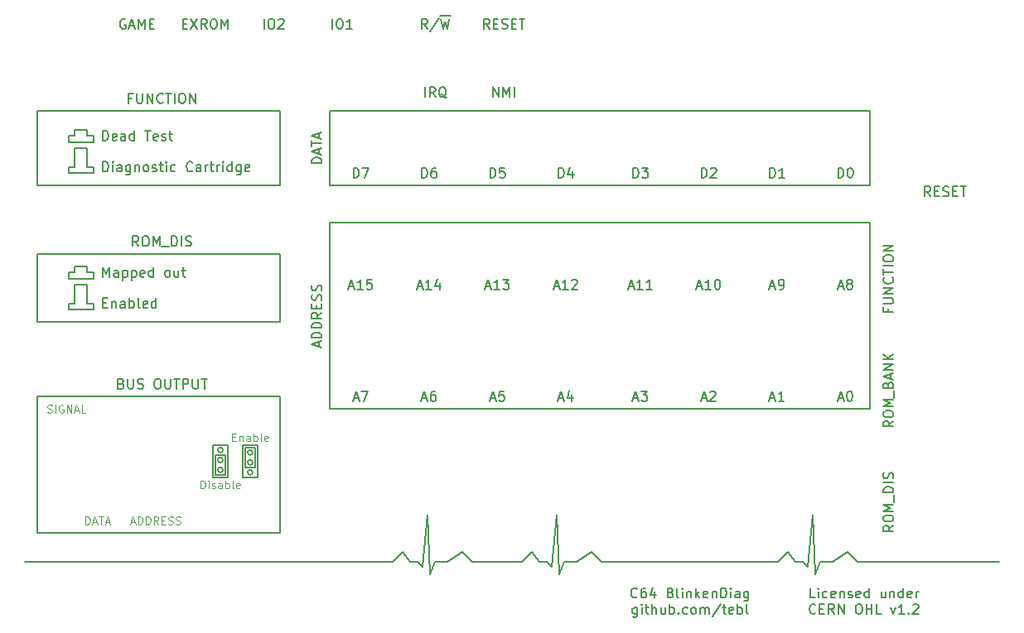
<source format=gto>
%TF.GenerationSoftware,KiCad,Pcbnew,(5.1.8)-1*%
%TF.CreationDate,2021-03-17T17:45:33+01:00*%
%TF.ProjectId,C64 BlinkenDiag Faceplate,43363420-426c-4696-9e6b-656e44696167,rev?*%
%TF.SameCoordinates,Original*%
%TF.FileFunction,Legend,Top*%
%TF.FilePolarity,Positive*%
%FSLAX46Y46*%
G04 Gerber Fmt 4.6, Leading zero omitted, Abs format (unit mm)*
G04 Created by KiCad (PCBNEW (5.1.8)-1) date 2021-03-17 17:45:33*
%MOMM*%
%LPD*%
G01*
G04 APERTURE LIST*
%ADD10C,0.150000*%
%ADD11C,0.100000*%
G04 APERTURE END LIST*
D10*
X210439000Y-82931000D02*
X219837000Y-82931000D01*
X184277000Y-82931000D02*
X197231000Y-82931000D01*
X200787000Y-78105000D02*
X201041000Y-84201000D01*
X200279000Y-83439000D02*
X200787000Y-78105000D01*
X198247000Y-81915000D02*
X199009000Y-82931000D01*
X202819000Y-82931000D02*
X204343000Y-81915000D01*
X201549000Y-82931000D02*
X202057000Y-82931000D01*
X205359000Y-82931000D02*
X210439000Y-82931000D01*
X202057000Y-82931000D02*
X202819000Y-82931000D01*
X197231000Y-82931000D02*
X198247000Y-81915000D01*
X199771000Y-82931000D02*
X200279000Y-83439000D01*
X204343000Y-81915000D02*
X205359000Y-82931000D01*
X201041000Y-84201000D02*
X201549000Y-82931000D01*
X199009000Y-82931000D02*
X199771000Y-82931000D01*
X174625000Y-78105000D02*
X174879000Y-84201000D01*
X174117000Y-83439000D02*
X174625000Y-78105000D01*
X172085000Y-81915000D02*
X172847000Y-82931000D01*
X176657000Y-82931000D02*
X178181000Y-81915000D01*
X175387000Y-82931000D02*
X175895000Y-82931000D01*
X179197000Y-82931000D02*
X184277000Y-82931000D01*
X175895000Y-82931000D02*
X176657000Y-82931000D01*
X171069000Y-82931000D02*
X172085000Y-81915000D01*
X173609000Y-82931000D02*
X174117000Y-83439000D01*
X178181000Y-81915000D02*
X179197000Y-82931000D01*
X174879000Y-84201000D02*
X175387000Y-82931000D01*
X172847000Y-82931000D02*
X173609000Y-82931000D01*
X162179000Y-82931000D02*
X162687000Y-82931000D01*
X161671000Y-84201000D02*
X162179000Y-82931000D01*
X165989000Y-82931000D02*
X171069000Y-82931000D01*
X164973000Y-81915000D02*
X165989000Y-82931000D01*
X163449000Y-82931000D02*
X164973000Y-81915000D01*
X162687000Y-82931000D02*
X163449000Y-82931000D01*
X161417000Y-78105000D02*
X161671000Y-84201000D01*
X160909000Y-83439000D02*
X161417000Y-78105000D01*
X160401000Y-82931000D02*
X160909000Y-83439000D01*
X159639000Y-82931000D02*
X160401000Y-82931000D01*
X158877000Y-81915000D02*
X159639000Y-82931000D01*
X157861000Y-82931000D02*
X158877000Y-81915000D01*
X120269000Y-82931000D02*
X157861000Y-82931000D01*
X150566380Y-42140000D02*
X149566380Y-42140000D01*
X149566380Y-41901904D01*
X149614000Y-41759047D01*
X149709238Y-41663809D01*
X149804476Y-41616190D01*
X149994952Y-41568571D01*
X150137809Y-41568571D01*
X150328285Y-41616190D01*
X150423523Y-41663809D01*
X150518761Y-41759047D01*
X150566380Y-41901904D01*
X150566380Y-42140000D01*
X150280666Y-41187619D02*
X150280666Y-40711428D01*
X150566380Y-41282857D02*
X149566380Y-40949523D01*
X150566380Y-40616190D01*
X149566380Y-40425714D02*
X149566380Y-39854285D01*
X150566380Y-40140000D02*
X149566380Y-40140000D01*
X150280666Y-39568571D02*
X150280666Y-39092380D01*
X150566380Y-39663809D02*
X149566380Y-39330476D01*
X150566380Y-38997142D01*
X150280666Y-60927857D02*
X150280666Y-60451666D01*
X150566380Y-61023095D02*
X149566380Y-60689761D01*
X150566380Y-60356428D01*
X150566380Y-60023095D02*
X149566380Y-60023095D01*
X149566380Y-59785000D01*
X149614000Y-59642142D01*
X149709238Y-59546904D01*
X149804476Y-59499285D01*
X149994952Y-59451666D01*
X150137809Y-59451666D01*
X150328285Y-59499285D01*
X150423523Y-59546904D01*
X150518761Y-59642142D01*
X150566380Y-59785000D01*
X150566380Y-60023095D01*
X150566380Y-59023095D02*
X149566380Y-59023095D01*
X149566380Y-58785000D01*
X149614000Y-58642142D01*
X149709238Y-58546904D01*
X149804476Y-58499285D01*
X149994952Y-58451666D01*
X150137809Y-58451666D01*
X150328285Y-58499285D01*
X150423523Y-58546904D01*
X150518761Y-58642142D01*
X150566380Y-58785000D01*
X150566380Y-59023095D01*
X150566380Y-57451666D02*
X150090190Y-57785000D01*
X150566380Y-58023095D02*
X149566380Y-58023095D01*
X149566380Y-57642142D01*
X149614000Y-57546904D01*
X149661619Y-57499285D01*
X149756857Y-57451666D01*
X149899714Y-57451666D01*
X149994952Y-57499285D01*
X150042571Y-57546904D01*
X150090190Y-57642142D01*
X150090190Y-58023095D01*
X150042571Y-57023095D02*
X150042571Y-56689761D01*
X150566380Y-56546904D02*
X150566380Y-57023095D01*
X149566380Y-57023095D01*
X149566380Y-56546904D01*
X150518761Y-56165952D02*
X150566380Y-56023095D01*
X150566380Y-55785000D01*
X150518761Y-55689761D01*
X150471142Y-55642142D01*
X150375904Y-55594523D01*
X150280666Y-55594523D01*
X150185428Y-55642142D01*
X150137809Y-55689761D01*
X150090190Y-55785000D01*
X150042571Y-55975476D01*
X149994952Y-56070714D01*
X149947333Y-56118333D01*
X149852095Y-56165952D01*
X149756857Y-56165952D01*
X149661619Y-56118333D01*
X149614000Y-56070714D01*
X149566380Y-55975476D01*
X149566380Y-55737380D01*
X149614000Y-55594523D01*
X150518761Y-55213571D02*
X150566380Y-55070714D01*
X150566380Y-54832619D01*
X150518761Y-54737380D01*
X150471142Y-54689761D01*
X150375904Y-54642142D01*
X150280666Y-54642142D01*
X150185428Y-54689761D01*
X150137809Y-54737380D01*
X150090190Y-54832619D01*
X150042571Y-55023095D01*
X149994952Y-55118333D01*
X149947333Y-55165952D01*
X149852095Y-55213571D01*
X149756857Y-55213571D01*
X149661619Y-55165952D01*
X149614000Y-55118333D01*
X149566380Y-55023095D01*
X149566380Y-54785000D01*
X149614000Y-54642142D01*
X151384000Y-36830000D02*
X206629000Y-36830000D01*
X151384000Y-44450000D02*
X151384000Y-36830000D01*
X206629000Y-44450000D02*
X151384000Y-44450000D01*
X206629000Y-36830000D02*
X206629000Y-44450000D01*
X151384000Y-67310000D02*
X206629000Y-67310000D01*
X151384000Y-48260000D02*
X151384000Y-67310000D01*
X206629000Y-48260000D02*
X151384000Y-48260000D01*
X206629000Y-67310000D02*
X206629000Y-48260000D01*
X121539000Y-66040000D02*
X121539000Y-80010000D01*
X121539000Y-66040000D02*
X146304000Y-66040000D01*
X146304000Y-80010000D02*
X146304000Y-66040000D01*
X121539000Y-80010000D02*
X146304000Y-80010000D01*
X130096142Y-64698571D02*
X130239000Y-64746190D01*
X130286619Y-64793809D01*
X130334238Y-64889047D01*
X130334238Y-65031904D01*
X130286619Y-65127142D01*
X130239000Y-65174761D01*
X130143761Y-65222380D01*
X129762809Y-65222380D01*
X129762809Y-64222380D01*
X130096142Y-64222380D01*
X130191380Y-64270000D01*
X130239000Y-64317619D01*
X130286619Y-64412857D01*
X130286619Y-64508095D01*
X130239000Y-64603333D01*
X130191380Y-64650952D01*
X130096142Y-64698571D01*
X129762809Y-64698571D01*
X130762809Y-64222380D02*
X130762809Y-65031904D01*
X130810428Y-65127142D01*
X130858047Y-65174761D01*
X130953285Y-65222380D01*
X131143761Y-65222380D01*
X131239000Y-65174761D01*
X131286619Y-65127142D01*
X131334238Y-65031904D01*
X131334238Y-64222380D01*
X131762809Y-65174761D02*
X131905666Y-65222380D01*
X132143761Y-65222380D01*
X132239000Y-65174761D01*
X132286619Y-65127142D01*
X132334238Y-65031904D01*
X132334238Y-64936666D01*
X132286619Y-64841428D01*
X132239000Y-64793809D01*
X132143761Y-64746190D01*
X131953285Y-64698571D01*
X131858047Y-64650952D01*
X131810428Y-64603333D01*
X131762809Y-64508095D01*
X131762809Y-64412857D01*
X131810428Y-64317619D01*
X131858047Y-64270000D01*
X131953285Y-64222380D01*
X132191380Y-64222380D01*
X132334238Y-64270000D01*
X133715190Y-64222380D02*
X133905666Y-64222380D01*
X134000904Y-64270000D01*
X134096142Y-64365238D01*
X134143761Y-64555714D01*
X134143761Y-64889047D01*
X134096142Y-65079523D01*
X134000904Y-65174761D01*
X133905666Y-65222380D01*
X133715190Y-65222380D01*
X133619952Y-65174761D01*
X133524714Y-65079523D01*
X133477095Y-64889047D01*
X133477095Y-64555714D01*
X133524714Y-64365238D01*
X133619952Y-64270000D01*
X133715190Y-64222380D01*
X134572333Y-64222380D02*
X134572333Y-65031904D01*
X134619952Y-65127142D01*
X134667571Y-65174761D01*
X134762809Y-65222380D01*
X134953285Y-65222380D01*
X135048523Y-65174761D01*
X135096142Y-65127142D01*
X135143761Y-65031904D01*
X135143761Y-64222380D01*
X135477095Y-64222380D02*
X136048523Y-64222380D01*
X135762809Y-65222380D02*
X135762809Y-64222380D01*
X136381857Y-65222380D02*
X136381857Y-64222380D01*
X136762809Y-64222380D01*
X136858047Y-64270000D01*
X136905666Y-64317619D01*
X136953285Y-64412857D01*
X136953285Y-64555714D01*
X136905666Y-64650952D01*
X136858047Y-64698571D01*
X136762809Y-64746190D01*
X136381857Y-64746190D01*
X137381857Y-64222380D02*
X137381857Y-65031904D01*
X137429476Y-65127142D01*
X137477095Y-65174761D01*
X137572333Y-65222380D01*
X137762809Y-65222380D01*
X137858047Y-65174761D01*
X137905666Y-65127142D01*
X137953285Y-65031904D01*
X137953285Y-64222380D01*
X138286619Y-64222380D02*
X138858047Y-64222380D01*
X138572333Y-65222380D02*
X138572333Y-64222380D01*
D11*
X122555238Y-67633809D02*
X122669523Y-67671904D01*
X122860000Y-67671904D01*
X122936190Y-67633809D01*
X122974285Y-67595714D01*
X123012380Y-67519523D01*
X123012380Y-67443333D01*
X122974285Y-67367142D01*
X122936190Y-67329047D01*
X122860000Y-67290952D01*
X122707619Y-67252857D01*
X122631428Y-67214761D01*
X122593333Y-67176666D01*
X122555238Y-67100476D01*
X122555238Y-67024285D01*
X122593333Y-66948095D01*
X122631428Y-66910000D01*
X122707619Y-66871904D01*
X122898095Y-66871904D01*
X123012380Y-66910000D01*
X123355238Y-67671904D02*
X123355238Y-66871904D01*
X124155238Y-66910000D02*
X124079047Y-66871904D01*
X123964761Y-66871904D01*
X123850476Y-66910000D01*
X123774285Y-66986190D01*
X123736190Y-67062380D01*
X123698095Y-67214761D01*
X123698095Y-67329047D01*
X123736190Y-67481428D01*
X123774285Y-67557619D01*
X123850476Y-67633809D01*
X123964761Y-67671904D01*
X124040952Y-67671904D01*
X124155238Y-67633809D01*
X124193333Y-67595714D01*
X124193333Y-67329047D01*
X124040952Y-67329047D01*
X124536190Y-67671904D02*
X124536190Y-66871904D01*
X124993333Y-67671904D01*
X124993333Y-66871904D01*
X125336190Y-67443333D02*
X125717142Y-67443333D01*
X125260000Y-67671904D02*
X125526666Y-66871904D01*
X125793333Y-67671904D01*
X126440952Y-67671904D02*
X126060000Y-67671904D01*
X126060000Y-66871904D01*
X141446476Y-70173857D02*
X141713142Y-70173857D01*
X141827428Y-70592904D02*
X141446476Y-70592904D01*
X141446476Y-69792904D01*
X141827428Y-69792904D01*
X142170285Y-70059571D02*
X142170285Y-70592904D01*
X142170285Y-70135761D02*
X142208380Y-70097666D01*
X142284571Y-70059571D01*
X142398857Y-70059571D01*
X142475047Y-70097666D01*
X142513142Y-70173857D01*
X142513142Y-70592904D01*
X143236952Y-70592904D02*
X143236952Y-70173857D01*
X143198857Y-70097666D01*
X143122666Y-70059571D01*
X142970285Y-70059571D01*
X142894095Y-70097666D01*
X143236952Y-70554809D02*
X143160761Y-70592904D01*
X142970285Y-70592904D01*
X142894095Y-70554809D01*
X142856000Y-70478619D01*
X142856000Y-70402428D01*
X142894095Y-70326238D01*
X142970285Y-70288142D01*
X143160761Y-70288142D01*
X143236952Y-70250047D01*
X143617904Y-70592904D02*
X143617904Y-69792904D01*
X143617904Y-70097666D02*
X143694095Y-70059571D01*
X143846476Y-70059571D01*
X143922666Y-70097666D01*
X143960761Y-70135761D01*
X143998857Y-70211952D01*
X143998857Y-70440523D01*
X143960761Y-70516714D01*
X143922666Y-70554809D01*
X143846476Y-70592904D01*
X143694095Y-70592904D01*
X143617904Y-70554809D01*
X144456000Y-70592904D02*
X144379809Y-70554809D01*
X144341714Y-70478619D01*
X144341714Y-69792904D01*
X145065523Y-70554809D02*
X144989333Y-70592904D01*
X144836952Y-70592904D01*
X144760761Y-70554809D01*
X144722666Y-70478619D01*
X144722666Y-70173857D01*
X144760761Y-70097666D01*
X144836952Y-70059571D01*
X144989333Y-70059571D01*
X145065523Y-70097666D01*
X145103619Y-70173857D01*
X145103619Y-70250047D01*
X144722666Y-70326238D01*
D10*
X144018000Y-74295000D02*
X144018000Y-70993000D01*
X142748000Y-71247000D02*
X143764000Y-71247000D01*
X143510000Y-73787000D02*
G75*
G03*
X143510000Y-73787000I-254000J0D01*
G01*
X143510000Y-72771000D02*
G75*
G03*
X143510000Y-72771000I-254000J0D01*
G01*
X142494000Y-70993000D02*
X142494000Y-74295000D01*
X143764000Y-71247000D02*
X143764000Y-73279000D01*
X143510000Y-71755000D02*
G75*
G03*
X143510000Y-71755000I-254000J0D01*
G01*
X142494000Y-74295000D02*
X144018000Y-74295000D01*
X144018000Y-70993000D02*
X142494000Y-70993000D01*
X142748000Y-73279000D02*
X142748000Y-71247000D01*
X143764000Y-73279000D02*
X142748000Y-73279000D01*
D11*
X138208000Y-75418904D02*
X138208000Y-74618904D01*
X138398476Y-74618904D01*
X138512761Y-74657000D01*
X138588952Y-74733190D01*
X138627047Y-74809380D01*
X138665142Y-74961761D01*
X138665142Y-75076047D01*
X138627047Y-75228428D01*
X138588952Y-75304619D01*
X138512761Y-75380809D01*
X138398476Y-75418904D01*
X138208000Y-75418904D01*
X139008000Y-75418904D02*
X139008000Y-74885571D01*
X139008000Y-74618904D02*
X138969904Y-74657000D01*
X139008000Y-74695095D01*
X139046095Y-74657000D01*
X139008000Y-74618904D01*
X139008000Y-74695095D01*
X139350857Y-75380809D02*
X139427047Y-75418904D01*
X139579428Y-75418904D01*
X139655619Y-75380809D01*
X139693714Y-75304619D01*
X139693714Y-75266523D01*
X139655619Y-75190333D01*
X139579428Y-75152238D01*
X139465142Y-75152238D01*
X139388952Y-75114142D01*
X139350857Y-75037952D01*
X139350857Y-74999857D01*
X139388952Y-74923666D01*
X139465142Y-74885571D01*
X139579428Y-74885571D01*
X139655619Y-74923666D01*
X140379428Y-75418904D02*
X140379428Y-74999857D01*
X140341333Y-74923666D01*
X140265142Y-74885571D01*
X140112761Y-74885571D01*
X140036571Y-74923666D01*
X140379428Y-75380809D02*
X140303238Y-75418904D01*
X140112761Y-75418904D01*
X140036571Y-75380809D01*
X139998476Y-75304619D01*
X139998476Y-75228428D01*
X140036571Y-75152238D01*
X140112761Y-75114142D01*
X140303238Y-75114142D01*
X140379428Y-75076047D01*
X140760380Y-75418904D02*
X140760380Y-74618904D01*
X140760380Y-74923666D02*
X140836571Y-74885571D01*
X140988952Y-74885571D01*
X141065142Y-74923666D01*
X141103238Y-74961761D01*
X141141333Y-75037952D01*
X141141333Y-75266523D01*
X141103238Y-75342714D01*
X141065142Y-75380809D01*
X140988952Y-75418904D01*
X140836571Y-75418904D01*
X140760380Y-75380809D01*
X141598476Y-75418904D02*
X141522285Y-75380809D01*
X141484190Y-75304619D01*
X141484190Y-74618904D01*
X142208000Y-75380809D02*
X142131809Y-75418904D01*
X141979428Y-75418904D01*
X141903238Y-75380809D01*
X141865142Y-75304619D01*
X141865142Y-74999857D01*
X141903238Y-74923666D01*
X141979428Y-74885571D01*
X142131809Y-74885571D01*
X142208000Y-74923666D01*
X142246095Y-74999857D01*
X142246095Y-75076047D01*
X141865142Y-75152238D01*
D10*
X140970000Y-70993000D02*
X139446000Y-70993000D01*
X140970000Y-74295000D02*
X140970000Y-70993000D01*
X139446000Y-74295000D02*
X140970000Y-74295000D01*
X139446000Y-70993000D02*
X139446000Y-74295000D01*
X139700000Y-74041000D02*
X139700000Y-72009000D01*
X140716000Y-74041000D02*
X139700000Y-74041000D01*
X140716000Y-72009000D02*
X140716000Y-74041000D01*
X139700000Y-72009000D02*
X140716000Y-72009000D01*
X140462000Y-71501000D02*
G75*
G03*
X140462000Y-71501000I-254000J0D01*
G01*
X140462000Y-72517000D02*
G75*
G03*
X140462000Y-72517000I-254000J0D01*
G01*
X140462000Y-73533000D02*
G75*
G03*
X140462000Y-73533000I-254000J0D01*
G01*
X128224595Y-56443571D02*
X128557928Y-56443571D01*
X128700785Y-56967380D02*
X128224595Y-56967380D01*
X128224595Y-55967380D01*
X128700785Y-55967380D01*
X129129357Y-56300714D02*
X129129357Y-56967380D01*
X129129357Y-56395952D02*
X129176976Y-56348333D01*
X129272214Y-56300714D01*
X129415071Y-56300714D01*
X129510309Y-56348333D01*
X129557928Y-56443571D01*
X129557928Y-56967380D01*
X130462690Y-56967380D02*
X130462690Y-56443571D01*
X130415071Y-56348333D01*
X130319833Y-56300714D01*
X130129357Y-56300714D01*
X130034119Y-56348333D01*
X130462690Y-56919761D02*
X130367452Y-56967380D01*
X130129357Y-56967380D01*
X130034119Y-56919761D01*
X129986500Y-56824523D01*
X129986500Y-56729285D01*
X130034119Y-56634047D01*
X130129357Y-56586428D01*
X130367452Y-56586428D01*
X130462690Y-56538809D01*
X130938880Y-56967380D02*
X130938880Y-55967380D01*
X130938880Y-56348333D02*
X131034119Y-56300714D01*
X131224595Y-56300714D01*
X131319833Y-56348333D01*
X131367452Y-56395952D01*
X131415071Y-56491190D01*
X131415071Y-56776904D01*
X131367452Y-56872142D01*
X131319833Y-56919761D01*
X131224595Y-56967380D01*
X131034119Y-56967380D01*
X130938880Y-56919761D01*
X131986500Y-56967380D02*
X131891261Y-56919761D01*
X131843642Y-56824523D01*
X131843642Y-55967380D01*
X132748404Y-56919761D02*
X132653166Y-56967380D01*
X132462690Y-56967380D01*
X132367452Y-56919761D01*
X132319833Y-56824523D01*
X132319833Y-56443571D01*
X132367452Y-56348333D01*
X132462690Y-56300714D01*
X132653166Y-56300714D01*
X132748404Y-56348333D01*
X132796023Y-56443571D01*
X132796023Y-56538809D01*
X132319833Y-56634047D01*
X133653166Y-56967380D02*
X133653166Y-55967380D01*
X133653166Y-56919761D02*
X133557928Y-56967380D01*
X133367452Y-56967380D01*
X133272214Y-56919761D01*
X133224595Y-56872142D01*
X133176976Y-56776904D01*
X133176976Y-56491190D01*
X133224595Y-56395952D01*
X133272214Y-56348333D01*
X133367452Y-56300714D01*
X133557928Y-56300714D01*
X133653166Y-56348333D01*
X146304000Y-58420000D02*
X121539000Y-58420000D01*
X146304000Y-51435000D02*
X146304000Y-58420000D01*
X121539000Y-51435000D02*
X146304000Y-51435000D01*
X121539000Y-58420000D02*
X121539000Y-51435000D01*
X128224595Y-53792380D02*
X128224595Y-52792380D01*
X128557928Y-53506666D01*
X128891261Y-52792380D01*
X128891261Y-53792380D01*
X129796023Y-53792380D02*
X129796023Y-53268571D01*
X129748404Y-53173333D01*
X129653166Y-53125714D01*
X129462690Y-53125714D01*
X129367452Y-53173333D01*
X129796023Y-53744761D02*
X129700785Y-53792380D01*
X129462690Y-53792380D01*
X129367452Y-53744761D01*
X129319833Y-53649523D01*
X129319833Y-53554285D01*
X129367452Y-53459047D01*
X129462690Y-53411428D01*
X129700785Y-53411428D01*
X129796023Y-53363809D01*
X130272214Y-53125714D02*
X130272214Y-54125714D01*
X130272214Y-53173333D02*
X130367452Y-53125714D01*
X130557928Y-53125714D01*
X130653166Y-53173333D01*
X130700785Y-53220952D01*
X130748404Y-53316190D01*
X130748404Y-53601904D01*
X130700785Y-53697142D01*
X130653166Y-53744761D01*
X130557928Y-53792380D01*
X130367452Y-53792380D01*
X130272214Y-53744761D01*
X131176976Y-53125714D02*
X131176976Y-54125714D01*
X131176976Y-53173333D02*
X131272214Y-53125714D01*
X131462690Y-53125714D01*
X131557928Y-53173333D01*
X131605547Y-53220952D01*
X131653166Y-53316190D01*
X131653166Y-53601904D01*
X131605547Y-53697142D01*
X131557928Y-53744761D01*
X131462690Y-53792380D01*
X131272214Y-53792380D01*
X131176976Y-53744761D01*
X132462690Y-53744761D02*
X132367452Y-53792380D01*
X132176976Y-53792380D01*
X132081738Y-53744761D01*
X132034119Y-53649523D01*
X132034119Y-53268571D01*
X132081738Y-53173333D01*
X132176976Y-53125714D01*
X132367452Y-53125714D01*
X132462690Y-53173333D01*
X132510309Y-53268571D01*
X132510309Y-53363809D01*
X132034119Y-53459047D01*
X133367452Y-53792380D02*
X133367452Y-52792380D01*
X133367452Y-53744761D02*
X133272214Y-53792380D01*
X133081738Y-53792380D01*
X132986500Y-53744761D01*
X132938880Y-53697142D01*
X132891261Y-53601904D01*
X132891261Y-53316190D01*
X132938880Y-53220952D01*
X132986500Y-53173333D01*
X133081738Y-53125714D01*
X133272214Y-53125714D01*
X133367452Y-53173333D01*
X134748404Y-53792380D02*
X134653166Y-53744761D01*
X134605547Y-53697142D01*
X134557928Y-53601904D01*
X134557928Y-53316190D01*
X134605547Y-53220952D01*
X134653166Y-53173333D01*
X134748404Y-53125714D01*
X134891261Y-53125714D01*
X134986500Y-53173333D01*
X135034119Y-53220952D01*
X135081738Y-53316190D01*
X135081738Y-53601904D01*
X135034119Y-53697142D01*
X134986500Y-53744761D01*
X134891261Y-53792380D01*
X134748404Y-53792380D01*
X135938880Y-53125714D02*
X135938880Y-53792380D01*
X135510309Y-53125714D02*
X135510309Y-53649523D01*
X135557928Y-53744761D01*
X135653166Y-53792380D01*
X135796023Y-53792380D01*
X135891261Y-53744761D01*
X135938880Y-53697142D01*
X136272214Y-53125714D02*
X136653166Y-53125714D01*
X136415071Y-52792380D02*
X136415071Y-53649523D01*
X136462690Y-53744761D01*
X136557928Y-53792380D01*
X136653166Y-53792380D01*
X131858047Y-50617380D02*
X131524714Y-50141190D01*
X131286619Y-50617380D02*
X131286619Y-49617380D01*
X131667571Y-49617380D01*
X131762809Y-49665000D01*
X131810428Y-49712619D01*
X131858047Y-49807857D01*
X131858047Y-49950714D01*
X131810428Y-50045952D01*
X131762809Y-50093571D01*
X131667571Y-50141190D01*
X131286619Y-50141190D01*
X132477095Y-49617380D02*
X132667571Y-49617380D01*
X132762809Y-49665000D01*
X132858047Y-49760238D01*
X132905666Y-49950714D01*
X132905666Y-50284047D01*
X132858047Y-50474523D01*
X132762809Y-50569761D01*
X132667571Y-50617380D01*
X132477095Y-50617380D01*
X132381857Y-50569761D01*
X132286619Y-50474523D01*
X132239000Y-50284047D01*
X132239000Y-49950714D01*
X132286619Y-49760238D01*
X132381857Y-49665000D01*
X132477095Y-49617380D01*
X133334238Y-50617380D02*
X133334238Y-49617380D01*
X133667571Y-50331666D01*
X134000904Y-49617380D01*
X134000904Y-50617380D01*
X134239000Y-50712619D02*
X135000904Y-50712619D01*
X135239000Y-50617380D02*
X135239000Y-49617380D01*
X135477095Y-49617380D01*
X135619952Y-49665000D01*
X135715190Y-49760238D01*
X135762809Y-49855476D01*
X135810428Y-50045952D01*
X135810428Y-50188809D01*
X135762809Y-50379285D01*
X135715190Y-50474523D01*
X135619952Y-50569761D01*
X135477095Y-50617380D01*
X135239000Y-50617380D01*
X136239000Y-50617380D02*
X136239000Y-49617380D01*
X136667571Y-50569761D02*
X136810428Y-50617380D01*
X137048523Y-50617380D01*
X137143761Y-50569761D01*
X137191380Y-50522142D01*
X137239000Y-50426904D01*
X137239000Y-50331666D01*
X137191380Y-50236428D01*
X137143761Y-50188809D01*
X137048523Y-50141190D01*
X136858047Y-50093571D01*
X136762809Y-50045952D01*
X136715190Y-49998333D01*
X136667571Y-49903095D01*
X136667571Y-49807857D01*
X136715190Y-49712619D01*
X136762809Y-49665000D01*
X136858047Y-49617380D01*
X137096142Y-49617380D01*
X137239000Y-49665000D01*
X125349000Y-56515000D02*
X124714000Y-56515000D01*
X126619000Y-56515000D02*
X126619000Y-54610000D01*
X127254000Y-56515000D02*
X126619000Y-56515000D01*
X124714000Y-56515000D02*
X124714000Y-57150000D01*
X127254000Y-53975000D02*
X124714000Y-53975000D01*
X124714000Y-57150000D02*
X127254000Y-57150000D01*
X125349000Y-53340000D02*
X125349000Y-52705000D01*
X127254000Y-57150000D02*
X127254000Y-56515000D01*
X125349000Y-54610000D02*
X125349000Y-56515000D01*
X124714000Y-53975000D02*
X124714000Y-53340000D01*
X126619000Y-53340000D02*
X127254000Y-53340000D01*
X126619000Y-54610000D02*
X125349000Y-54610000D01*
X126619000Y-52705000D02*
X126619000Y-53340000D01*
X127254000Y-53340000D02*
X127254000Y-53975000D01*
X125349000Y-52705000D02*
X126619000Y-52705000D01*
X124714000Y-53340000D02*
X125349000Y-53340000D01*
X131167571Y-35488571D02*
X130834238Y-35488571D01*
X130834238Y-36012380D02*
X130834238Y-35012380D01*
X131310428Y-35012380D01*
X131691380Y-35012380D02*
X131691380Y-35821904D01*
X131739000Y-35917142D01*
X131786619Y-35964761D01*
X131881857Y-36012380D01*
X132072333Y-36012380D01*
X132167571Y-35964761D01*
X132215190Y-35917142D01*
X132262809Y-35821904D01*
X132262809Y-35012380D01*
X132739000Y-36012380D02*
X132739000Y-35012380D01*
X133310428Y-36012380D01*
X133310428Y-35012380D01*
X134358047Y-35917142D02*
X134310428Y-35964761D01*
X134167571Y-36012380D01*
X134072333Y-36012380D01*
X133929476Y-35964761D01*
X133834238Y-35869523D01*
X133786619Y-35774285D01*
X133739000Y-35583809D01*
X133739000Y-35440952D01*
X133786619Y-35250476D01*
X133834238Y-35155238D01*
X133929476Y-35060000D01*
X134072333Y-35012380D01*
X134167571Y-35012380D01*
X134310428Y-35060000D01*
X134358047Y-35107619D01*
X134643761Y-35012380D02*
X135215190Y-35012380D01*
X134929476Y-36012380D02*
X134929476Y-35012380D01*
X135548523Y-36012380D02*
X135548523Y-35012380D01*
X136215190Y-35012380D02*
X136405666Y-35012380D01*
X136500904Y-35060000D01*
X136596142Y-35155238D01*
X136643761Y-35345714D01*
X136643761Y-35679047D01*
X136596142Y-35869523D01*
X136500904Y-35964761D01*
X136405666Y-36012380D01*
X136215190Y-36012380D01*
X136119952Y-35964761D01*
X136024714Y-35869523D01*
X135977095Y-35679047D01*
X135977095Y-35345714D01*
X136024714Y-35155238D01*
X136119952Y-35060000D01*
X136215190Y-35012380D01*
X137072333Y-36012380D02*
X137072333Y-35012380D01*
X137643761Y-36012380D01*
X137643761Y-35012380D01*
X121539000Y-44450000D02*
X121539000Y-36830000D01*
X146304000Y-44450000D02*
X121539000Y-44450000D01*
X146304000Y-36830000D02*
X146304000Y-44450000D01*
X121539000Y-36830000D02*
X146304000Y-36830000D01*
X128224595Y-42997380D02*
X128224595Y-41997380D01*
X128462690Y-41997380D01*
X128605547Y-42045000D01*
X128700785Y-42140238D01*
X128748404Y-42235476D01*
X128796023Y-42425952D01*
X128796023Y-42568809D01*
X128748404Y-42759285D01*
X128700785Y-42854523D01*
X128605547Y-42949761D01*
X128462690Y-42997380D01*
X128224595Y-42997380D01*
X129224595Y-42997380D02*
X129224595Y-42330714D01*
X129224595Y-41997380D02*
X129176976Y-42045000D01*
X129224595Y-42092619D01*
X129272214Y-42045000D01*
X129224595Y-41997380D01*
X129224595Y-42092619D01*
X130129357Y-42997380D02*
X130129357Y-42473571D01*
X130081738Y-42378333D01*
X129986500Y-42330714D01*
X129796023Y-42330714D01*
X129700785Y-42378333D01*
X130129357Y-42949761D02*
X130034119Y-42997380D01*
X129796023Y-42997380D01*
X129700785Y-42949761D01*
X129653166Y-42854523D01*
X129653166Y-42759285D01*
X129700785Y-42664047D01*
X129796023Y-42616428D01*
X130034119Y-42616428D01*
X130129357Y-42568809D01*
X131034119Y-42330714D02*
X131034119Y-43140238D01*
X130986500Y-43235476D01*
X130938880Y-43283095D01*
X130843642Y-43330714D01*
X130700785Y-43330714D01*
X130605547Y-43283095D01*
X131034119Y-42949761D02*
X130938880Y-42997380D01*
X130748404Y-42997380D01*
X130653166Y-42949761D01*
X130605547Y-42902142D01*
X130557928Y-42806904D01*
X130557928Y-42521190D01*
X130605547Y-42425952D01*
X130653166Y-42378333D01*
X130748404Y-42330714D01*
X130938880Y-42330714D01*
X131034119Y-42378333D01*
X131510309Y-42330714D02*
X131510309Y-42997380D01*
X131510309Y-42425952D02*
X131557928Y-42378333D01*
X131653166Y-42330714D01*
X131796023Y-42330714D01*
X131891261Y-42378333D01*
X131938880Y-42473571D01*
X131938880Y-42997380D01*
X132557928Y-42997380D02*
X132462690Y-42949761D01*
X132415071Y-42902142D01*
X132367452Y-42806904D01*
X132367452Y-42521190D01*
X132415071Y-42425952D01*
X132462690Y-42378333D01*
X132557928Y-42330714D01*
X132700785Y-42330714D01*
X132796023Y-42378333D01*
X132843642Y-42425952D01*
X132891261Y-42521190D01*
X132891261Y-42806904D01*
X132843642Y-42902142D01*
X132796023Y-42949761D01*
X132700785Y-42997380D01*
X132557928Y-42997380D01*
X133272214Y-42949761D02*
X133367452Y-42997380D01*
X133557928Y-42997380D01*
X133653166Y-42949761D01*
X133700785Y-42854523D01*
X133700785Y-42806904D01*
X133653166Y-42711666D01*
X133557928Y-42664047D01*
X133415071Y-42664047D01*
X133319833Y-42616428D01*
X133272214Y-42521190D01*
X133272214Y-42473571D01*
X133319833Y-42378333D01*
X133415071Y-42330714D01*
X133557928Y-42330714D01*
X133653166Y-42378333D01*
X133986500Y-42330714D02*
X134367452Y-42330714D01*
X134129357Y-41997380D02*
X134129357Y-42854523D01*
X134176976Y-42949761D01*
X134272214Y-42997380D01*
X134367452Y-42997380D01*
X134700785Y-42997380D02*
X134700785Y-42330714D01*
X134700785Y-41997380D02*
X134653166Y-42045000D01*
X134700785Y-42092619D01*
X134748404Y-42045000D01*
X134700785Y-41997380D01*
X134700785Y-42092619D01*
X135605547Y-42949761D02*
X135510309Y-42997380D01*
X135319833Y-42997380D01*
X135224595Y-42949761D01*
X135176976Y-42902142D01*
X135129357Y-42806904D01*
X135129357Y-42521190D01*
X135176976Y-42425952D01*
X135224595Y-42378333D01*
X135319833Y-42330714D01*
X135510309Y-42330714D01*
X135605547Y-42378333D01*
X137367452Y-42902142D02*
X137319833Y-42949761D01*
X137176976Y-42997380D01*
X137081738Y-42997380D01*
X136938880Y-42949761D01*
X136843642Y-42854523D01*
X136796023Y-42759285D01*
X136748404Y-42568809D01*
X136748404Y-42425952D01*
X136796023Y-42235476D01*
X136843642Y-42140238D01*
X136938880Y-42045000D01*
X137081738Y-41997380D01*
X137176976Y-41997380D01*
X137319833Y-42045000D01*
X137367452Y-42092619D01*
X138224595Y-42997380D02*
X138224595Y-42473571D01*
X138176976Y-42378333D01*
X138081738Y-42330714D01*
X137891261Y-42330714D01*
X137796023Y-42378333D01*
X138224595Y-42949761D02*
X138129357Y-42997380D01*
X137891261Y-42997380D01*
X137796023Y-42949761D01*
X137748404Y-42854523D01*
X137748404Y-42759285D01*
X137796023Y-42664047D01*
X137891261Y-42616428D01*
X138129357Y-42616428D01*
X138224595Y-42568809D01*
X138700785Y-42997380D02*
X138700785Y-42330714D01*
X138700785Y-42521190D02*
X138748404Y-42425952D01*
X138796023Y-42378333D01*
X138891261Y-42330714D01*
X138986500Y-42330714D01*
X139176976Y-42330714D02*
X139557928Y-42330714D01*
X139319833Y-41997380D02*
X139319833Y-42854523D01*
X139367452Y-42949761D01*
X139462690Y-42997380D01*
X139557928Y-42997380D01*
X139891261Y-42997380D02*
X139891261Y-42330714D01*
X139891261Y-42521190D02*
X139938880Y-42425952D01*
X139986500Y-42378333D01*
X140081738Y-42330714D01*
X140176976Y-42330714D01*
X140510309Y-42997380D02*
X140510309Y-42330714D01*
X140510309Y-41997380D02*
X140462690Y-42045000D01*
X140510309Y-42092619D01*
X140557928Y-42045000D01*
X140510309Y-41997380D01*
X140510309Y-42092619D01*
X141415071Y-42997380D02*
X141415071Y-41997380D01*
X141415071Y-42949761D02*
X141319833Y-42997380D01*
X141129357Y-42997380D01*
X141034119Y-42949761D01*
X140986500Y-42902142D01*
X140938880Y-42806904D01*
X140938880Y-42521190D01*
X140986500Y-42425952D01*
X141034119Y-42378333D01*
X141129357Y-42330714D01*
X141319833Y-42330714D01*
X141415071Y-42378333D01*
X142319833Y-42330714D02*
X142319833Y-43140238D01*
X142272214Y-43235476D01*
X142224595Y-43283095D01*
X142129357Y-43330714D01*
X141986500Y-43330714D01*
X141891261Y-43283095D01*
X142319833Y-42949761D02*
X142224595Y-42997380D01*
X142034119Y-42997380D01*
X141938880Y-42949761D01*
X141891261Y-42902142D01*
X141843642Y-42806904D01*
X141843642Y-42521190D01*
X141891261Y-42425952D01*
X141938880Y-42378333D01*
X142034119Y-42330714D01*
X142224595Y-42330714D01*
X142319833Y-42378333D01*
X143176976Y-42949761D02*
X143081738Y-42997380D01*
X142891261Y-42997380D01*
X142796023Y-42949761D01*
X142748404Y-42854523D01*
X142748404Y-42473571D01*
X142796023Y-42378333D01*
X142891261Y-42330714D01*
X143081738Y-42330714D01*
X143176976Y-42378333D01*
X143224595Y-42473571D01*
X143224595Y-42568809D01*
X142748404Y-42664047D01*
X128224595Y-39822380D02*
X128224595Y-38822380D01*
X128462690Y-38822380D01*
X128605547Y-38870000D01*
X128700785Y-38965238D01*
X128748404Y-39060476D01*
X128796023Y-39250952D01*
X128796023Y-39393809D01*
X128748404Y-39584285D01*
X128700785Y-39679523D01*
X128605547Y-39774761D01*
X128462690Y-39822380D01*
X128224595Y-39822380D01*
X129605547Y-39774761D02*
X129510309Y-39822380D01*
X129319833Y-39822380D01*
X129224595Y-39774761D01*
X129176976Y-39679523D01*
X129176976Y-39298571D01*
X129224595Y-39203333D01*
X129319833Y-39155714D01*
X129510309Y-39155714D01*
X129605547Y-39203333D01*
X129653166Y-39298571D01*
X129653166Y-39393809D01*
X129176976Y-39489047D01*
X130510309Y-39822380D02*
X130510309Y-39298571D01*
X130462690Y-39203333D01*
X130367452Y-39155714D01*
X130176976Y-39155714D01*
X130081738Y-39203333D01*
X130510309Y-39774761D02*
X130415071Y-39822380D01*
X130176976Y-39822380D01*
X130081738Y-39774761D01*
X130034119Y-39679523D01*
X130034119Y-39584285D01*
X130081738Y-39489047D01*
X130176976Y-39441428D01*
X130415071Y-39441428D01*
X130510309Y-39393809D01*
X131415071Y-39822380D02*
X131415071Y-38822380D01*
X131415071Y-39774761D02*
X131319833Y-39822380D01*
X131129357Y-39822380D01*
X131034119Y-39774761D01*
X130986500Y-39727142D01*
X130938880Y-39631904D01*
X130938880Y-39346190D01*
X130986500Y-39250952D01*
X131034119Y-39203333D01*
X131129357Y-39155714D01*
X131319833Y-39155714D01*
X131415071Y-39203333D01*
X132510309Y-38822380D02*
X133081738Y-38822380D01*
X132796023Y-39822380D02*
X132796023Y-38822380D01*
X133796023Y-39774761D02*
X133700785Y-39822380D01*
X133510309Y-39822380D01*
X133415071Y-39774761D01*
X133367452Y-39679523D01*
X133367452Y-39298571D01*
X133415071Y-39203333D01*
X133510309Y-39155714D01*
X133700785Y-39155714D01*
X133796023Y-39203333D01*
X133843642Y-39298571D01*
X133843642Y-39393809D01*
X133367452Y-39489047D01*
X134224595Y-39774761D02*
X134319833Y-39822380D01*
X134510309Y-39822380D01*
X134605547Y-39774761D01*
X134653166Y-39679523D01*
X134653166Y-39631904D01*
X134605547Y-39536666D01*
X134510309Y-39489047D01*
X134367452Y-39489047D01*
X134272214Y-39441428D01*
X134224595Y-39346190D01*
X134224595Y-39298571D01*
X134272214Y-39203333D01*
X134367452Y-39155714D01*
X134510309Y-39155714D01*
X134605547Y-39203333D01*
X134938880Y-39155714D02*
X135319833Y-39155714D01*
X135081738Y-38822380D02*
X135081738Y-39679523D01*
X135129357Y-39774761D01*
X135224595Y-39822380D01*
X135319833Y-39822380D01*
X125349000Y-42545000D02*
X124714000Y-42545000D01*
X125349000Y-40640000D02*
X125349000Y-42545000D01*
X126619000Y-40640000D02*
X125349000Y-40640000D01*
X126619000Y-42545000D02*
X126619000Y-40640000D01*
X127254000Y-42545000D02*
X126619000Y-42545000D01*
X127254000Y-43180000D02*
X127254000Y-42545000D01*
X124714000Y-43180000D02*
X127254000Y-43180000D01*
X124714000Y-42545000D02*
X124714000Y-43180000D01*
X127254000Y-40005000D02*
X124714000Y-40005000D01*
X127254000Y-39370000D02*
X127254000Y-40005000D01*
X126619000Y-39370000D02*
X127254000Y-39370000D01*
X126619000Y-38735000D02*
X126619000Y-39370000D01*
X125349000Y-38735000D02*
X126619000Y-38735000D01*
X125349000Y-39370000D02*
X125349000Y-38735000D01*
X124714000Y-39370000D02*
X125349000Y-39370000D01*
X124714000Y-40005000D02*
X124714000Y-39370000D01*
X208986380Y-79215952D02*
X208510190Y-79549285D01*
X208986380Y-79787380D02*
X207986380Y-79787380D01*
X207986380Y-79406428D01*
X208034000Y-79311190D01*
X208081619Y-79263571D01*
X208176857Y-79215952D01*
X208319714Y-79215952D01*
X208414952Y-79263571D01*
X208462571Y-79311190D01*
X208510190Y-79406428D01*
X208510190Y-79787380D01*
X207986380Y-78596904D02*
X207986380Y-78406428D01*
X208034000Y-78311190D01*
X208129238Y-78215952D01*
X208319714Y-78168333D01*
X208653047Y-78168333D01*
X208843523Y-78215952D01*
X208938761Y-78311190D01*
X208986380Y-78406428D01*
X208986380Y-78596904D01*
X208938761Y-78692142D01*
X208843523Y-78787380D01*
X208653047Y-78835000D01*
X208319714Y-78835000D01*
X208129238Y-78787380D01*
X208034000Y-78692142D01*
X207986380Y-78596904D01*
X208986380Y-77739761D02*
X207986380Y-77739761D01*
X208700666Y-77406428D01*
X207986380Y-77073095D01*
X208986380Y-77073095D01*
X209081619Y-76835000D02*
X209081619Y-76073095D01*
X208986380Y-75835000D02*
X207986380Y-75835000D01*
X207986380Y-75596904D01*
X208034000Y-75454047D01*
X208129238Y-75358809D01*
X208224476Y-75311190D01*
X208414952Y-75263571D01*
X208557809Y-75263571D01*
X208748285Y-75311190D01*
X208843523Y-75358809D01*
X208938761Y-75454047D01*
X208986380Y-75596904D01*
X208986380Y-75835000D01*
X208986380Y-74835000D02*
X207986380Y-74835000D01*
X208938761Y-74406428D02*
X208986380Y-74263571D01*
X208986380Y-74025476D01*
X208938761Y-73930238D01*
X208891142Y-73882619D01*
X208795904Y-73835000D01*
X208700666Y-73835000D01*
X208605428Y-73882619D01*
X208557809Y-73930238D01*
X208510190Y-74025476D01*
X208462571Y-74215952D01*
X208414952Y-74311190D01*
X208367333Y-74358809D01*
X208272095Y-74406428D01*
X208176857Y-74406428D01*
X208081619Y-74358809D01*
X208034000Y-74311190D01*
X207986380Y-74215952D01*
X207986380Y-73977857D01*
X208034000Y-73835000D01*
X208986380Y-68524047D02*
X208510190Y-68857380D01*
X208986380Y-69095476D02*
X207986380Y-69095476D01*
X207986380Y-68714523D01*
X208034000Y-68619285D01*
X208081619Y-68571666D01*
X208176857Y-68524047D01*
X208319714Y-68524047D01*
X208414952Y-68571666D01*
X208462571Y-68619285D01*
X208510190Y-68714523D01*
X208510190Y-69095476D01*
X207986380Y-67905000D02*
X207986380Y-67714523D01*
X208034000Y-67619285D01*
X208129238Y-67524047D01*
X208319714Y-67476428D01*
X208653047Y-67476428D01*
X208843523Y-67524047D01*
X208938761Y-67619285D01*
X208986380Y-67714523D01*
X208986380Y-67905000D01*
X208938761Y-68000238D01*
X208843523Y-68095476D01*
X208653047Y-68143095D01*
X208319714Y-68143095D01*
X208129238Y-68095476D01*
X208034000Y-68000238D01*
X207986380Y-67905000D01*
X208986380Y-67047857D02*
X207986380Y-67047857D01*
X208700666Y-66714523D01*
X207986380Y-66381190D01*
X208986380Y-66381190D01*
X209081619Y-66143095D02*
X209081619Y-65381190D01*
X208462571Y-64809761D02*
X208510190Y-64666904D01*
X208557809Y-64619285D01*
X208653047Y-64571666D01*
X208795904Y-64571666D01*
X208891142Y-64619285D01*
X208938761Y-64666904D01*
X208986380Y-64762142D01*
X208986380Y-65143095D01*
X207986380Y-65143095D01*
X207986380Y-64809761D01*
X208034000Y-64714523D01*
X208081619Y-64666904D01*
X208176857Y-64619285D01*
X208272095Y-64619285D01*
X208367333Y-64666904D01*
X208414952Y-64714523D01*
X208462571Y-64809761D01*
X208462571Y-65143095D01*
X208700666Y-64190714D02*
X208700666Y-63714523D01*
X208986380Y-64285952D02*
X207986380Y-63952619D01*
X208986380Y-63619285D01*
X208986380Y-63285952D02*
X207986380Y-63285952D01*
X208986380Y-62714523D01*
X207986380Y-62714523D01*
X208986380Y-62238333D02*
X207986380Y-62238333D01*
X208986380Y-61666904D02*
X208414952Y-62095476D01*
X207986380Y-61666904D02*
X208557809Y-62238333D01*
X208462571Y-57046428D02*
X208462571Y-57379761D01*
X208986380Y-57379761D02*
X207986380Y-57379761D01*
X207986380Y-56903571D01*
X207986380Y-56522619D02*
X208795904Y-56522619D01*
X208891142Y-56475000D01*
X208938761Y-56427380D01*
X208986380Y-56332142D01*
X208986380Y-56141666D01*
X208938761Y-56046428D01*
X208891142Y-55998809D01*
X208795904Y-55951190D01*
X207986380Y-55951190D01*
X208986380Y-55475000D02*
X207986380Y-55475000D01*
X208986380Y-54903571D01*
X207986380Y-54903571D01*
X208891142Y-53855952D02*
X208938761Y-53903571D01*
X208986380Y-54046428D01*
X208986380Y-54141666D01*
X208938761Y-54284523D01*
X208843523Y-54379761D01*
X208748285Y-54427380D01*
X208557809Y-54475000D01*
X208414952Y-54475000D01*
X208224476Y-54427380D01*
X208129238Y-54379761D01*
X208034000Y-54284523D01*
X207986380Y-54141666D01*
X207986380Y-54046428D01*
X208034000Y-53903571D01*
X208081619Y-53855952D01*
X207986380Y-53570238D02*
X207986380Y-52998809D01*
X208986380Y-53284523D02*
X207986380Y-53284523D01*
X208986380Y-52665476D02*
X207986380Y-52665476D01*
X207986380Y-51998809D02*
X207986380Y-51808333D01*
X208034000Y-51713095D01*
X208129238Y-51617857D01*
X208319714Y-51570238D01*
X208653047Y-51570238D01*
X208843523Y-51617857D01*
X208938761Y-51713095D01*
X208986380Y-51808333D01*
X208986380Y-51998809D01*
X208938761Y-52094047D01*
X208843523Y-52189285D01*
X208653047Y-52236904D01*
X208319714Y-52236904D01*
X208129238Y-52189285D01*
X208034000Y-52094047D01*
X207986380Y-51998809D01*
X208986380Y-51141666D02*
X207986380Y-51141666D01*
X208986380Y-50570238D01*
X207986380Y-50570238D01*
X167711619Y-28392380D02*
X167378285Y-27916190D01*
X167140190Y-28392380D02*
X167140190Y-27392380D01*
X167521142Y-27392380D01*
X167616380Y-27440000D01*
X167664000Y-27487619D01*
X167711619Y-27582857D01*
X167711619Y-27725714D01*
X167664000Y-27820952D01*
X167616380Y-27868571D01*
X167521142Y-27916190D01*
X167140190Y-27916190D01*
X168140190Y-27868571D02*
X168473523Y-27868571D01*
X168616380Y-28392380D02*
X168140190Y-28392380D01*
X168140190Y-27392380D01*
X168616380Y-27392380D01*
X168997333Y-28344761D02*
X169140190Y-28392380D01*
X169378285Y-28392380D01*
X169473523Y-28344761D01*
X169521142Y-28297142D01*
X169568761Y-28201904D01*
X169568761Y-28106666D01*
X169521142Y-28011428D01*
X169473523Y-27963809D01*
X169378285Y-27916190D01*
X169187809Y-27868571D01*
X169092571Y-27820952D01*
X169044952Y-27773333D01*
X168997333Y-27678095D01*
X168997333Y-27582857D01*
X169044952Y-27487619D01*
X169092571Y-27440000D01*
X169187809Y-27392380D01*
X169425904Y-27392380D01*
X169568761Y-27440000D01*
X169997333Y-27868571D02*
X170330666Y-27868571D01*
X170473523Y-28392380D02*
X169997333Y-28392380D01*
X169997333Y-27392380D01*
X170473523Y-27392380D01*
X170759238Y-27392380D02*
X171330666Y-27392380D01*
X171044952Y-28392380D02*
X171044952Y-27392380D01*
X161393285Y-28392380D02*
X161059952Y-27916190D01*
X160821857Y-28392380D02*
X160821857Y-27392380D01*
X161202809Y-27392380D01*
X161298047Y-27440000D01*
X161345666Y-27487619D01*
X161393285Y-27582857D01*
X161393285Y-27725714D01*
X161345666Y-27820952D01*
X161298047Y-27868571D01*
X161202809Y-27916190D01*
X160821857Y-27916190D01*
X162536142Y-27344761D02*
X161679000Y-28630476D01*
X162631380Y-27025000D02*
X163774238Y-27025000D01*
X162774238Y-27392380D02*
X163012333Y-28392380D01*
X163202809Y-27678095D01*
X163393285Y-28392380D01*
X163631380Y-27392380D01*
X168068761Y-35377380D02*
X168068761Y-34377380D01*
X168640190Y-35377380D01*
X168640190Y-34377380D01*
X169116380Y-35377380D02*
X169116380Y-34377380D01*
X169449714Y-35091666D01*
X169783047Y-34377380D01*
X169783047Y-35377380D01*
X170259238Y-35377380D02*
X170259238Y-34377380D01*
X161155190Y-35377380D02*
X161155190Y-34377380D01*
X162202809Y-35377380D02*
X161869476Y-34901190D01*
X161631380Y-35377380D02*
X161631380Y-34377380D01*
X162012333Y-34377380D01*
X162107571Y-34425000D01*
X162155190Y-34472619D01*
X162202809Y-34567857D01*
X162202809Y-34710714D01*
X162155190Y-34805952D01*
X162107571Y-34853571D01*
X162012333Y-34901190D01*
X161631380Y-34901190D01*
X163298047Y-35472619D02*
X163202809Y-35425000D01*
X163107571Y-35329761D01*
X162964714Y-35186904D01*
X162869476Y-35139285D01*
X162774238Y-35139285D01*
X162821857Y-35377380D02*
X162726619Y-35329761D01*
X162631380Y-35234523D01*
X162583761Y-35044047D01*
X162583761Y-34710714D01*
X162631380Y-34520238D01*
X162726619Y-34425000D01*
X162821857Y-34377380D01*
X163012333Y-34377380D01*
X163107571Y-34425000D01*
X163202809Y-34520238D01*
X163250428Y-34710714D01*
X163250428Y-35044047D01*
X163202809Y-35234523D01*
X163107571Y-35329761D01*
X163012333Y-35377380D01*
X162821857Y-35377380D01*
X212796619Y-45537380D02*
X212463285Y-45061190D01*
X212225190Y-45537380D02*
X212225190Y-44537380D01*
X212606142Y-44537380D01*
X212701380Y-44585000D01*
X212749000Y-44632619D01*
X212796619Y-44727857D01*
X212796619Y-44870714D01*
X212749000Y-44965952D01*
X212701380Y-45013571D01*
X212606142Y-45061190D01*
X212225190Y-45061190D01*
X213225190Y-45013571D02*
X213558523Y-45013571D01*
X213701380Y-45537380D02*
X213225190Y-45537380D01*
X213225190Y-44537380D01*
X213701380Y-44537380D01*
X214082333Y-45489761D02*
X214225190Y-45537380D01*
X214463285Y-45537380D01*
X214558523Y-45489761D01*
X214606142Y-45442142D01*
X214653761Y-45346904D01*
X214653761Y-45251666D01*
X214606142Y-45156428D01*
X214558523Y-45108809D01*
X214463285Y-45061190D01*
X214272809Y-45013571D01*
X214177571Y-44965952D01*
X214129952Y-44918333D01*
X214082333Y-44823095D01*
X214082333Y-44727857D01*
X214129952Y-44632619D01*
X214177571Y-44585000D01*
X214272809Y-44537380D01*
X214510904Y-44537380D01*
X214653761Y-44585000D01*
X215082333Y-45013571D02*
X215415666Y-45013571D01*
X215558523Y-45537380D02*
X215082333Y-45537380D01*
X215082333Y-44537380D01*
X215558523Y-44537380D01*
X215844238Y-44537380D02*
X216415666Y-44537380D01*
X216129952Y-45537380D02*
X216129952Y-44537380D01*
X203374714Y-66206666D02*
X203850904Y-66206666D01*
X203279476Y-66492380D02*
X203612809Y-65492380D01*
X203946142Y-66492380D01*
X204469952Y-65492380D02*
X204565190Y-65492380D01*
X204660428Y-65540000D01*
X204708047Y-65587619D01*
X204755666Y-65682857D01*
X204803285Y-65873333D01*
X204803285Y-66111428D01*
X204755666Y-66301904D01*
X204708047Y-66397142D01*
X204660428Y-66444761D01*
X204565190Y-66492380D01*
X204469952Y-66492380D01*
X204374714Y-66444761D01*
X204327095Y-66397142D01*
X204279476Y-66301904D01*
X204231857Y-66111428D01*
X204231857Y-65873333D01*
X204279476Y-65682857D01*
X204327095Y-65587619D01*
X204374714Y-65540000D01*
X204469952Y-65492380D01*
X189404714Y-66206666D02*
X189880904Y-66206666D01*
X189309476Y-66492380D02*
X189642809Y-65492380D01*
X189976142Y-66492380D01*
X190261857Y-65587619D02*
X190309476Y-65540000D01*
X190404714Y-65492380D01*
X190642809Y-65492380D01*
X190738047Y-65540000D01*
X190785666Y-65587619D01*
X190833285Y-65682857D01*
X190833285Y-65778095D01*
X190785666Y-65920952D01*
X190214238Y-66492380D01*
X190833285Y-66492380D01*
X182419714Y-66206666D02*
X182895904Y-66206666D01*
X182324476Y-66492380D02*
X182657809Y-65492380D01*
X182991142Y-66492380D01*
X183229238Y-65492380D02*
X183848285Y-65492380D01*
X183514952Y-65873333D01*
X183657809Y-65873333D01*
X183753047Y-65920952D01*
X183800666Y-65968571D01*
X183848285Y-66063809D01*
X183848285Y-66301904D01*
X183800666Y-66397142D01*
X183753047Y-66444761D01*
X183657809Y-66492380D01*
X183372095Y-66492380D01*
X183276857Y-66444761D01*
X183229238Y-66397142D01*
X196389714Y-66206666D02*
X196865904Y-66206666D01*
X196294476Y-66492380D02*
X196627809Y-65492380D01*
X196961142Y-66492380D01*
X197818285Y-66492380D02*
X197246857Y-66492380D01*
X197532571Y-66492380D02*
X197532571Y-65492380D01*
X197437333Y-65635238D01*
X197342095Y-65730476D01*
X197246857Y-65778095D01*
X174799714Y-66206666D02*
X175275904Y-66206666D01*
X174704476Y-66492380D02*
X175037809Y-65492380D01*
X175371142Y-66492380D01*
X176133047Y-65825714D02*
X176133047Y-66492380D01*
X175894952Y-65444761D02*
X175656857Y-66159047D01*
X176275904Y-66159047D01*
X160829714Y-66206666D02*
X161305904Y-66206666D01*
X160734476Y-66492380D02*
X161067809Y-65492380D01*
X161401142Y-66492380D01*
X162163047Y-65492380D02*
X161972571Y-65492380D01*
X161877333Y-65540000D01*
X161829714Y-65587619D01*
X161734476Y-65730476D01*
X161686857Y-65920952D01*
X161686857Y-66301904D01*
X161734476Y-66397142D01*
X161782095Y-66444761D01*
X161877333Y-66492380D01*
X162067809Y-66492380D01*
X162163047Y-66444761D01*
X162210666Y-66397142D01*
X162258285Y-66301904D01*
X162258285Y-66063809D01*
X162210666Y-65968571D01*
X162163047Y-65920952D01*
X162067809Y-65873333D01*
X161877333Y-65873333D01*
X161782095Y-65920952D01*
X161734476Y-65968571D01*
X161686857Y-66063809D01*
X153844714Y-66206666D02*
X154320904Y-66206666D01*
X153749476Y-66492380D02*
X154082809Y-65492380D01*
X154416142Y-66492380D01*
X154654238Y-65492380D02*
X155320904Y-65492380D01*
X154892333Y-66492380D01*
X167814714Y-66206666D02*
X168290904Y-66206666D01*
X167719476Y-66492380D02*
X168052809Y-65492380D01*
X168386142Y-66492380D01*
X169195666Y-65492380D02*
X168719476Y-65492380D01*
X168671857Y-65968571D01*
X168719476Y-65920952D01*
X168814714Y-65873333D01*
X169052809Y-65873333D01*
X169148047Y-65920952D01*
X169195666Y-65968571D01*
X169243285Y-66063809D01*
X169243285Y-66301904D01*
X169195666Y-66397142D01*
X169148047Y-66444761D01*
X169052809Y-66492380D01*
X168814714Y-66492380D01*
X168719476Y-66444761D01*
X168671857Y-66397142D01*
X203374714Y-54776666D02*
X203850904Y-54776666D01*
X203279476Y-55062380D02*
X203612809Y-54062380D01*
X203946142Y-55062380D01*
X204422333Y-54490952D02*
X204327095Y-54443333D01*
X204279476Y-54395714D01*
X204231857Y-54300476D01*
X204231857Y-54252857D01*
X204279476Y-54157619D01*
X204327095Y-54110000D01*
X204422333Y-54062380D01*
X204612809Y-54062380D01*
X204708047Y-54110000D01*
X204755666Y-54157619D01*
X204803285Y-54252857D01*
X204803285Y-54300476D01*
X204755666Y-54395714D01*
X204708047Y-54443333D01*
X204612809Y-54490952D01*
X204422333Y-54490952D01*
X204327095Y-54538571D01*
X204279476Y-54586190D01*
X204231857Y-54681428D01*
X204231857Y-54871904D01*
X204279476Y-54967142D01*
X204327095Y-55014761D01*
X204422333Y-55062380D01*
X204612809Y-55062380D01*
X204708047Y-55014761D01*
X204755666Y-54967142D01*
X204803285Y-54871904D01*
X204803285Y-54681428D01*
X204755666Y-54586190D01*
X204708047Y-54538571D01*
X204612809Y-54490952D01*
X196389714Y-54776666D02*
X196865904Y-54776666D01*
X196294476Y-55062380D02*
X196627809Y-54062380D01*
X196961142Y-55062380D01*
X197342095Y-55062380D02*
X197532571Y-55062380D01*
X197627809Y-55014761D01*
X197675428Y-54967142D01*
X197770666Y-54824285D01*
X197818285Y-54633809D01*
X197818285Y-54252857D01*
X197770666Y-54157619D01*
X197723047Y-54110000D01*
X197627809Y-54062380D01*
X197437333Y-54062380D01*
X197342095Y-54110000D01*
X197294476Y-54157619D01*
X197246857Y-54252857D01*
X197246857Y-54490952D01*
X197294476Y-54586190D01*
X197342095Y-54633809D01*
X197437333Y-54681428D01*
X197627809Y-54681428D01*
X197723047Y-54633809D01*
X197770666Y-54586190D01*
X197818285Y-54490952D01*
X188928523Y-54776666D02*
X189404714Y-54776666D01*
X188833285Y-55062380D02*
X189166619Y-54062380D01*
X189499952Y-55062380D01*
X190357095Y-55062380D02*
X189785666Y-55062380D01*
X190071380Y-55062380D02*
X190071380Y-54062380D01*
X189976142Y-54205238D01*
X189880904Y-54300476D01*
X189785666Y-54348095D01*
X190976142Y-54062380D02*
X191071380Y-54062380D01*
X191166619Y-54110000D01*
X191214238Y-54157619D01*
X191261857Y-54252857D01*
X191309476Y-54443333D01*
X191309476Y-54681428D01*
X191261857Y-54871904D01*
X191214238Y-54967142D01*
X191166619Y-55014761D01*
X191071380Y-55062380D01*
X190976142Y-55062380D01*
X190880904Y-55014761D01*
X190833285Y-54967142D01*
X190785666Y-54871904D01*
X190738047Y-54681428D01*
X190738047Y-54443333D01*
X190785666Y-54252857D01*
X190833285Y-54157619D01*
X190880904Y-54110000D01*
X190976142Y-54062380D01*
X181943523Y-54776666D02*
X182419714Y-54776666D01*
X181848285Y-55062380D02*
X182181619Y-54062380D01*
X182514952Y-55062380D01*
X183372095Y-55062380D02*
X182800666Y-55062380D01*
X183086380Y-55062380D02*
X183086380Y-54062380D01*
X182991142Y-54205238D01*
X182895904Y-54300476D01*
X182800666Y-54348095D01*
X184324476Y-55062380D02*
X183753047Y-55062380D01*
X184038761Y-55062380D02*
X184038761Y-54062380D01*
X183943523Y-54205238D01*
X183848285Y-54300476D01*
X183753047Y-54348095D01*
X174323523Y-54776666D02*
X174799714Y-54776666D01*
X174228285Y-55062380D02*
X174561619Y-54062380D01*
X174894952Y-55062380D01*
X175752095Y-55062380D02*
X175180666Y-55062380D01*
X175466380Y-55062380D02*
X175466380Y-54062380D01*
X175371142Y-54205238D01*
X175275904Y-54300476D01*
X175180666Y-54348095D01*
X176133047Y-54157619D02*
X176180666Y-54110000D01*
X176275904Y-54062380D01*
X176514000Y-54062380D01*
X176609238Y-54110000D01*
X176656857Y-54157619D01*
X176704476Y-54252857D01*
X176704476Y-54348095D01*
X176656857Y-54490952D01*
X176085428Y-55062380D01*
X176704476Y-55062380D01*
X167338523Y-54776666D02*
X167814714Y-54776666D01*
X167243285Y-55062380D02*
X167576619Y-54062380D01*
X167909952Y-55062380D01*
X168767095Y-55062380D02*
X168195666Y-55062380D01*
X168481380Y-55062380D02*
X168481380Y-54062380D01*
X168386142Y-54205238D01*
X168290904Y-54300476D01*
X168195666Y-54348095D01*
X169100428Y-54062380D02*
X169719476Y-54062380D01*
X169386142Y-54443333D01*
X169529000Y-54443333D01*
X169624238Y-54490952D01*
X169671857Y-54538571D01*
X169719476Y-54633809D01*
X169719476Y-54871904D01*
X169671857Y-54967142D01*
X169624238Y-55014761D01*
X169529000Y-55062380D01*
X169243285Y-55062380D01*
X169148047Y-55014761D01*
X169100428Y-54967142D01*
X160353523Y-54776666D02*
X160829714Y-54776666D01*
X160258285Y-55062380D02*
X160591619Y-54062380D01*
X160924952Y-55062380D01*
X161782095Y-55062380D02*
X161210666Y-55062380D01*
X161496380Y-55062380D02*
X161496380Y-54062380D01*
X161401142Y-54205238D01*
X161305904Y-54300476D01*
X161210666Y-54348095D01*
X162639238Y-54395714D02*
X162639238Y-55062380D01*
X162401142Y-54014761D02*
X162163047Y-54729047D01*
X162782095Y-54729047D01*
X153368523Y-54776666D02*
X153844714Y-54776666D01*
X153273285Y-55062380D02*
X153606619Y-54062380D01*
X153939952Y-55062380D01*
X154797095Y-55062380D02*
X154225666Y-55062380D01*
X154511380Y-55062380D02*
X154511380Y-54062380D01*
X154416142Y-54205238D01*
X154320904Y-54300476D01*
X154225666Y-54348095D01*
X155701857Y-54062380D02*
X155225666Y-54062380D01*
X155178047Y-54538571D01*
X155225666Y-54490952D01*
X155320904Y-54443333D01*
X155559000Y-54443333D01*
X155654238Y-54490952D01*
X155701857Y-54538571D01*
X155749476Y-54633809D01*
X155749476Y-54871904D01*
X155701857Y-54967142D01*
X155654238Y-55014761D01*
X155559000Y-55062380D01*
X155320904Y-55062380D01*
X155225666Y-55014761D01*
X155178047Y-54967142D01*
X203350904Y-43632380D02*
X203350904Y-42632380D01*
X203589000Y-42632380D01*
X203731857Y-42680000D01*
X203827095Y-42775238D01*
X203874714Y-42870476D01*
X203922333Y-43060952D01*
X203922333Y-43203809D01*
X203874714Y-43394285D01*
X203827095Y-43489523D01*
X203731857Y-43584761D01*
X203589000Y-43632380D01*
X203350904Y-43632380D01*
X204541380Y-42632380D02*
X204636619Y-42632380D01*
X204731857Y-42680000D01*
X204779476Y-42727619D01*
X204827095Y-42822857D01*
X204874714Y-43013333D01*
X204874714Y-43251428D01*
X204827095Y-43441904D01*
X204779476Y-43537142D01*
X204731857Y-43584761D01*
X204636619Y-43632380D01*
X204541380Y-43632380D01*
X204446142Y-43584761D01*
X204398523Y-43537142D01*
X204350904Y-43441904D01*
X204303285Y-43251428D01*
X204303285Y-43013333D01*
X204350904Y-42822857D01*
X204398523Y-42727619D01*
X204446142Y-42680000D01*
X204541380Y-42632380D01*
X196365904Y-43632380D02*
X196365904Y-42632380D01*
X196604000Y-42632380D01*
X196746857Y-42680000D01*
X196842095Y-42775238D01*
X196889714Y-42870476D01*
X196937333Y-43060952D01*
X196937333Y-43203809D01*
X196889714Y-43394285D01*
X196842095Y-43489523D01*
X196746857Y-43584761D01*
X196604000Y-43632380D01*
X196365904Y-43632380D01*
X197889714Y-43632380D02*
X197318285Y-43632380D01*
X197604000Y-43632380D02*
X197604000Y-42632380D01*
X197508761Y-42775238D01*
X197413523Y-42870476D01*
X197318285Y-42918095D01*
X189380904Y-43632380D02*
X189380904Y-42632380D01*
X189619000Y-42632380D01*
X189761857Y-42680000D01*
X189857095Y-42775238D01*
X189904714Y-42870476D01*
X189952333Y-43060952D01*
X189952333Y-43203809D01*
X189904714Y-43394285D01*
X189857095Y-43489523D01*
X189761857Y-43584761D01*
X189619000Y-43632380D01*
X189380904Y-43632380D01*
X190333285Y-42727619D02*
X190380904Y-42680000D01*
X190476142Y-42632380D01*
X190714238Y-42632380D01*
X190809476Y-42680000D01*
X190857095Y-42727619D01*
X190904714Y-42822857D01*
X190904714Y-42918095D01*
X190857095Y-43060952D01*
X190285666Y-43632380D01*
X190904714Y-43632380D01*
X182395904Y-43632380D02*
X182395904Y-42632380D01*
X182634000Y-42632380D01*
X182776857Y-42680000D01*
X182872095Y-42775238D01*
X182919714Y-42870476D01*
X182967333Y-43060952D01*
X182967333Y-43203809D01*
X182919714Y-43394285D01*
X182872095Y-43489523D01*
X182776857Y-43584761D01*
X182634000Y-43632380D01*
X182395904Y-43632380D01*
X183300666Y-42632380D02*
X183919714Y-42632380D01*
X183586380Y-43013333D01*
X183729238Y-43013333D01*
X183824476Y-43060952D01*
X183872095Y-43108571D01*
X183919714Y-43203809D01*
X183919714Y-43441904D01*
X183872095Y-43537142D01*
X183824476Y-43584761D01*
X183729238Y-43632380D01*
X183443523Y-43632380D01*
X183348285Y-43584761D01*
X183300666Y-43537142D01*
X174775904Y-43632380D02*
X174775904Y-42632380D01*
X175014000Y-42632380D01*
X175156857Y-42680000D01*
X175252095Y-42775238D01*
X175299714Y-42870476D01*
X175347333Y-43060952D01*
X175347333Y-43203809D01*
X175299714Y-43394285D01*
X175252095Y-43489523D01*
X175156857Y-43584761D01*
X175014000Y-43632380D01*
X174775904Y-43632380D01*
X176204476Y-42965714D02*
X176204476Y-43632380D01*
X175966380Y-42584761D02*
X175728285Y-43299047D01*
X176347333Y-43299047D01*
X167790904Y-43632380D02*
X167790904Y-42632380D01*
X168029000Y-42632380D01*
X168171857Y-42680000D01*
X168267095Y-42775238D01*
X168314714Y-42870476D01*
X168362333Y-43060952D01*
X168362333Y-43203809D01*
X168314714Y-43394285D01*
X168267095Y-43489523D01*
X168171857Y-43584761D01*
X168029000Y-43632380D01*
X167790904Y-43632380D01*
X169267095Y-42632380D02*
X168790904Y-42632380D01*
X168743285Y-43108571D01*
X168790904Y-43060952D01*
X168886142Y-43013333D01*
X169124238Y-43013333D01*
X169219476Y-43060952D01*
X169267095Y-43108571D01*
X169314714Y-43203809D01*
X169314714Y-43441904D01*
X169267095Y-43537142D01*
X169219476Y-43584761D01*
X169124238Y-43632380D01*
X168886142Y-43632380D01*
X168790904Y-43584761D01*
X168743285Y-43537142D01*
X160805904Y-43632380D02*
X160805904Y-42632380D01*
X161044000Y-42632380D01*
X161186857Y-42680000D01*
X161282095Y-42775238D01*
X161329714Y-42870476D01*
X161377333Y-43060952D01*
X161377333Y-43203809D01*
X161329714Y-43394285D01*
X161282095Y-43489523D01*
X161186857Y-43584761D01*
X161044000Y-43632380D01*
X160805904Y-43632380D01*
X162234476Y-42632380D02*
X162044000Y-42632380D01*
X161948761Y-42680000D01*
X161901142Y-42727619D01*
X161805904Y-42870476D01*
X161758285Y-43060952D01*
X161758285Y-43441904D01*
X161805904Y-43537142D01*
X161853523Y-43584761D01*
X161948761Y-43632380D01*
X162139238Y-43632380D01*
X162234476Y-43584761D01*
X162282095Y-43537142D01*
X162329714Y-43441904D01*
X162329714Y-43203809D01*
X162282095Y-43108571D01*
X162234476Y-43060952D01*
X162139238Y-43013333D01*
X161948761Y-43013333D01*
X161853523Y-43060952D01*
X161805904Y-43108571D01*
X161758285Y-43203809D01*
X153820904Y-43632380D02*
X153820904Y-42632380D01*
X154059000Y-42632380D01*
X154201857Y-42680000D01*
X154297095Y-42775238D01*
X154344714Y-42870476D01*
X154392333Y-43060952D01*
X154392333Y-43203809D01*
X154344714Y-43394285D01*
X154297095Y-43489523D01*
X154201857Y-43584761D01*
X154059000Y-43632380D01*
X153820904Y-43632380D01*
X154725666Y-42632380D02*
X155392333Y-42632380D01*
X154963761Y-43632380D01*
X151654000Y-28392380D02*
X151654000Y-27392380D01*
X152320666Y-27392380D02*
X152511142Y-27392380D01*
X152606380Y-27440000D01*
X152701619Y-27535238D01*
X152749238Y-27725714D01*
X152749238Y-28059047D01*
X152701619Y-28249523D01*
X152606380Y-28344761D01*
X152511142Y-28392380D01*
X152320666Y-28392380D01*
X152225428Y-28344761D01*
X152130190Y-28249523D01*
X152082571Y-28059047D01*
X152082571Y-27725714D01*
X152130190Y-27535238D01*
X152225428Y-27440000D01*
X152320666Y-27392380D01*
X153701619Y-28392380D02*
X153130190Y-28392380D01*
X153415904Y-28392380D02*
X153415904Y-27392380D01*
X153320666Y-27535238D01*
X153225428Y-27630476D01*
X153130190Y-27678095D01*
X144669000Y-28392380D02*
X144669000Y-27392380D01*
X145335666Y-27392380D02*
X145526142Y-27392380D01*
X145621380Y-27440000D01*
X145716619Y-27535238D01*
X145764238Y-27725714D01*
X145764238Y-28059047D01*
X145716619Y-28249523D01*
X145621380Y-28344761D01*
X145526142Y-28392380D01*
X145335666Y-28392380D01*
X145240428Y-28344761D01*
X145145190Y-28249523D01*
X145097571Y-28059047D01*
X145097571Y-27725714D01*
X145145190Y-27535238D01*
X145240428Y-27440000D01*
X145335666Y-27392380D01*
X146145190Y-27487619D02*
X146192809Y-27440000D01*
X146288047Y-27392380D01*
X146526142Y-27392380D01*
X146621380Y-27440000D01*
X146669000Y-27487619D01*
X146716619Y-27582857D01*
X146716619Y-27678095D01*
X146669000Y-27820952D01*
X146097571Y-28392380D01*
X146716619Y-28392380D01*
X136398285Y-27868571D02*
X136731619Y-27868571D01*
X136874476Y-28392380D02*
X136398285Y-28392380D01*
X136398285Y-27392380D01*
X136874476Y-27392380D01*
X137207809Y-27392380D02*
X137874476Y-28392380D01*
X137874476Y-27392380D02*
X137207809Y-28392380D01*
X138826857Y-28392380D02*
X138493523Y-27916190D01*
X138255428Y-28392380D02*
X138255428Y-27392380D01*
X138636380Y-27392380D01*
X138731619Y-27440000D01*
X138779238Y-27487619D01*
X138826857Y-27582857D01*
X138826857Y-27725714D01*
X138779238Y-27820952D01*
X138731619Y-27868571D01*
X138636380Y-27916190D01*
X138255428Y-27916190D01*
X139445904Y-27392380D02*
X139636380Y-27392380D01*
X139731619Y-27440000D01*
X139826857Y-27535238D01*
X139874476Y-27725714D01*
X139874476Y-28059047D01*
X139826857Y-28249523D01*
X139731619Y-28344761D01*
X139636380Y-28392380D01*
X139445904Y-28392380D01*
X139350666Y-28344761D01*
X139255428Y-28249523D01*
X139207809Y-28059047D01*
X139207809Y-27725714D01*
X139255428Y-27535238D01*
X139350666Y-27440000D01*
X139445904Y-27392380D01*
X140303047Y-28392380D02*
X140303047Y-27392380D01*
X140636380Y-28106666D01*
X140969714Y-27392380D01*
X140969714Y-28392380D01*
X130508523Y-27440000D02*
X130413285Y-27392380D01*
X130270428Y-27392380D01*
X130127571Y-27440000D01*
X130032333Y-27535238D01*
X129984714Y-27630476D01*
X129937095Y-27820952D01*
X129937095Y-27963809D01*
X129984714Y-28154285D01*
X130032333Y-28249523D01*
X130127571Y-28344761D01*
X130270428Y-28392380D01*
X130365666Y-28392380D01*
X130508523Y-28344761D01*
X130556142Y-28297142D01*
X130556142Y-27963809D01*
X130365666Y-27963809D01*
X130937095Y-28106666D02*
X131413285Y-28106666D01*
X130841857Y-28392380D02*
X131175190Y-27392380D01*
X131508523Y-28392380D01*
X131841857Y-28392380D02*
X131841857Y-27392380D01*
X132175190Y-28106666D01*
X132508523Y-27392380D01*
X132508523Y-28392380D01*
X132984714Y-27868571D02*
X133318047Y-27868571D01*
X133460904Y-28392380D02*
X132984714Y-28392380D01*
X132984714Y-27392380D01*
X133460904Y-27392380D01*
D11*
X131089714Y-78873333D02*
X131470666Y-78873333D01*
X131013523Y-79101904D02*
X131280190Y-78301904D01*
X131546857Y-79101904D01*
X131813523Y-79101904D02*
X131813523Y-78301904D01*
X132004000Y-78301904D01*
X132118285Y-78340000D01*
X132194476Y-78416190D01*
X132232571Y-78492380D01*
X132270666Y-78644761D01*
X132270666Y-78759047D01*
X132232571Y-78911428D01*
X132194476Y-78987619D01*
X132118285Y-79063809D01*
X132004000Y-79101904D01*
X131813523Y-79101904D01*
X132613523Y-79101904D02*
X132613523Y-78301904D01*
X132804000Y-78301904D01*
X132918285Y-78340000D01*
X132994476Y-78416190D01*
X133032571Y-78492380D01*
X133070666Y-78644761D01*
X133070666Y-78759047D01*
X133032571Y-78911428D01*
X132994476Y-78987619D01*
X132918285Y-79063809D01*
X132804000Y-79101904D01*
X132613523Y-79101904D01*
X133870666Y-79101904D02*
X133604000Y-78720952D01*
X133413523Y-79101904D02*
X133413523Y-78301904D01*
X133718285Y-78301904D01*
X133794476Y-78340000D01*
X133832571Y-78378095D01*
X133870666Y-78454285D01*
X133870666Y-78568571D01*
X133832571Y-78644761D01*
X133794476Y-78682857D01*
X133718285Y-78720952D01*
X133413523Y-78720952D01*
X134213523Y-78682857D02*
X134480190Y-78682857D01*
X134594476Y-79101904D02*
X134213523Y-79101904D01*
X134213523Y-78301904D01*
X134594476Y-78301904D01*
X134899238Y-79063809D02*
X135013523Y-79101904D01*
X135204000Y-79101904D01*
X135280190Y-79063809D01*
X135318285Y-79025714D01*
X135356380Y-78949523D01*
X135356380Y-78873333D01*
X135318285Y-78797142D01*
X135280190Y-78759047D01*
X135204000Y-78720952D01*
X135051619Y-78682857D01*
X134975428Y-78644761D01*
X134937333Y-78606666D01*
X134899238Y-78530476D01*
X134899238Y-78454285D01*
X134937333Y-78378095D01*
X134975428Y-78340000D01*
X135051619Y-78301904D01*
X135242095Y-78301904D01*
X135356380Y-78340000D01*
X135661142Y-79063809D02*
X135775428Y-79101904D01*
X135965904Y-79101904D01*
X136042095Y-79063809D01*
X136080190Y-79025714D01*
X136118285Y-78949523D01*
X136118285Y-78873333D01*
X136080190Y-78797142D01*
X136042095Y-78759047D01*
X135965904Y-78720952D01*
X135813523Y-78682857D01*
X135737333Y-78644761D01*
X135699238Y-78606666D01*
X135661142Y-78530476D01*
X135661142Y-78454285D01*
X135699238Y-78378095D01*
X135737333Y-78340000D01*
X135813523Y-78301904D01*
X136004000Y-78301904D01*
X136118285Y-78340000D01*
X126435000Y-79101904D02*
X126435000Y-78301904D01*
X126625476Y-78301904D01*
X126739761Y-78340000D01*
X126815952Y-78416190D01*
X126854047Y-78492380D01*
X126892142Y-78644761D01*
X126892142Y-78759047D01*
X126854047Y-78911428D01*
X126815952Y-78987619D01*
X126739761Y-79063809D01*
X126625476Y-79101904D01*
X126435000Y-79101904D01*
X127196904Y-78873333D02*
X127577857Y-78873333D01*
X127120714Y-79101904D02*
X127387380Y-78301904D01*
X127654047Y-79101904D01*
X127806428Y-78301904D02*
X128263571Y-78301904D01*
X128035000Y-79101904D02*
X128035000Y-78301904D01*
X128492142Y-78873333D02*
X128873095Y-78873333D01*
X128415952Y-79101904D02*
X128682619Y-78301904D01*
X128949285Y-79101904D01*
D10*
X182809238Y-86527142D02*
X182761619Y-86574761D01*
X182618761Y-86622380D01*
X182523523Y-86622380D01*
X182380666Y-86574761D01*
X182285428Y-86479523D01*
X182237809Y-86384285D01*
X182190190Y-86193809D01*
X182190190Y-86050952D01*
X182237809Y-85860476D01*
X182285428Y-85765238D01*
X182380666Y-85670000D01*
X182523523Y-85622380D01*
X182618761Y-85622380D01*
X182761619Y-85670000D01*
X182809238Y-85717619D01*
X183666380Y-85622380D02*
X183475904Y-85622380D01*
X183380666Y-85670000D01*
X183333047Y-85717619D01*
X183237809Y-85860476D01*
X183190190Y-86050952D01*
X183190190Y-86431904D01*
X183237809Y-86527142D01*
X183285428Y-86574761D01*
X183380666Y-86622380D01*
X183571142Y-86622380D01*
X183666380Y-86574761D01*
X183714000Y-86527142D01*
X183761619Y-86431904D01*
X183761619Y-86193809D01*
X183714000Y-86098571D01*
X183666380Y-86050952D01*
X183571142Y-86003333D01*
X183380666Y-86003333D01*
X183285428Y-86050952D01*
X183237809Y-86098571D01*
X183190190Y-86193809D01*
X184618761Y-85955714D02*
X184618761Y-86622380D01*
X184380666Y-85574761D02*
X184142571Y-86289047D01*
X184761619Y-86289047D01*
X186237809Y-86098571D02*
X186380666Y-86146190D01*
X186428285Y-86193809D01*
X186475904Y-86289047D01*
X186475904Y-86431904D01*
X186428285Y-86527142D01*
X186380666Y-86574761D01*
X186285428Y-86622380D01*
X185904476Y-86622380D01*
X185904476Y-85622380D01*
X186237809Y-85622380D01*
X186333047Y-85670000D01*
X186380666Y-85717619D01*
X186428285Y-85812857D01*
X186428285Y-85908095D01*
X186380666Y-86003333D01*
X186333047Y-86050952D01*
X186237809Y-86098571D01*
X185904476Y-86098571D01*
X187047333Y-86622380D02*
X186952095Y-86574761D01*
X186904476Y-86479523D01*
X186904476Y-85622380D01*
X187428285Y-86622380D02*
X187428285Y-85955714D01*
X187428285Y-85622380D02*
X187380666Y-85670000D01*
X187428285Y-85717619D01*
X187475904Y-85670000D01*
X187428285Y-85622380D01*
X187428285Y-85717619D01*
X187904476Y-85955714D02*
X187904476Y-86622380D01*
X187904476Y-86050952D02*
X187952095Y-86003333D01*
X188047333Y-85955714D01*
X188190190Y-85955714D01*
X188285428Y-86003333D01*
X188333047Y-86098571D01*
X188333047Y-86622380D01*
X188809238Y-86622380D02*
X188809238Y-85622380D01*
X188904476Y-86241428D02*
X189190190Y-86622380D01*
X189190190Y-85955714D02*
X188809238Y-86336666D01*
X189999714Y-86574761D02*
X189904476Y-86622380D01*
X189714000Y-86622380D01*
X189618761Y-86574761D01*
X189571142Y-86479523D01*
X189571142Y-86098571D01*
X189618761Y-86003333D01*
X189714000Y-85955714D01*
X189904476Y-85955714D01*
X189999714Y-86003333D01*
X190047333Y-86098571D01*
X190047333Y-86193809D01*
X189571142Y-86289047D01*
X190475904Y-85955714D02*
X190475904Y-86622380D01*
X190475904Y-86050952D02*
X190523523Y-86003333D01*
X190618761Y-85955714D01*
X190761619Y-85955714D01*
X190856857Y-86003333D01*
X190904476Y-86098571D01*
X190904476Y-86622380D01*
X191380666Y-86622380D02*
X191380666Y-85622380D01*
X191618761Y-85622380D01*
X191761619Y-85670000D01*
X191856857Y-85765238D01*
X191904476Y-85860476D01*
X191952095Y-86050952D01*
X191952095Y-86193809D01*
X191904476Y-86384285D01*
X191856857Y-86479523D01*
X191761619Y-86574761D01*
X191618761Y-86622380D01*
X191380666Y-86622380D01*
X192380666Y-86622380D02*
X192380666Y-85955714D01*
X192380666Y-85622380D02*
X192333047Y-85670000D01*
X192380666Y-85717619D01*
X192428285Y-85670000D01*
X192380666Y-85622380D01*
X192380666Y-85717619D01*
X193285428Y-86622380D02*
X193285428Y-86098571D01*
X193237809Y-86003333D01*
X193142571Y-85955714D01*
X192952095Y-85955714D01*
X192856857Y-86003333D01*
X193285428Y-86574761D02*
X193190190Y-86622380D01*
X192952095Y-86622380D01*
X192856857Y-86574761D01*
X192809238Y-86479523D01*
X192809238Y-86384285D01*
X192856857Y-86289047D01*
X192952095Y-86241428D01*
X193190190Y-86241428D01*
X193285428Y-86193809D01*
X194190190Y-85955714D02*
X194190190Y-86765238D01*
X194142571Y-86860476D01*
X194094952Y-86908095D01*
X193999714Y-86955714D01*
X193856857Y-86955714D01*
X193761619Y-86908095D01*
X194190190Y-86574761D02*
X194094952Y-86622380D01*
X193904476Y-86622380D01*
X193809238Y-86574761D01*
X193761619Y-86527142D01*
X193714000Y-86431904D01*
X193714000Y-86146190D01*
X193761619Y-86050952D01*
X193809238Y-86003333D01*
X193904476Y-85955714D01*
X194094952Y-85955714D01*
X194190190Y-86003333D01*
X182809238Y-87605714D02*
X182809238Y-88415238D01*
X182761619Y-88510476D01*
X182714000Y-88558095D01*
X182618761Y-88605714D01*
X182475904Y-88605714D01*
X182380666Y-88558095D01*
X182809238Y-88224761D02*
X182714000Y-88272380D01*
X182523523Y-88272380D01*
X182428285Y-88224761D01*
X182380666Y-88177142D01*
X182333047Y-88081904D01*
X182333047Y-87796190D01*
X182380666Y-87700952D01*
X182428285Y-87653333D01*
X182523523Y-87605714D01*
X182714000Y-87605714D01*
X182809238Y-87653333D01*
X183285428Y-88272380D02*
X183285428Y-87605714D01*
X183285428Y-87272380D02*
X183237809Y-87320000D01*
X183285428Y-87367619D01*
X183333047Y-87320000D01*
X183285428Y-87272380D01*
X183285428Y-87367619D01*
X183618761Y-87605714D02*
X183999714Y-87605714D01*
X183761619Y-87272380D02*
X183761619Y-88129523D01*
X183809238Y-88224761D01*
X183904476Y-88272380D01*
X183999714Y-88272380D01*
X184333047Y-88272380D02*
X184333047Y-87272380D01*
X184761619Y-88272380D02*
X184761619Y-87748571D01*
X184714000Y-87653333D01*
X184618761Y-87605714D01*
X184475904Y-87605714D01*
X184380666Y-87653333D01*
X184333047Y-87700952D01*
X185666380Y-87605714D02*
X185666380Y-88272380D01*
X185237809Y-87605714D02*
X185237809Y-88129523D01*
X185285428Y-88224761D01*
X185380666Y-88272380D01*
X185523523Y-88272380D01*
X185618761Y-88224761D01*
X185666380Y-88177142D01*
X186142571Y-88272380D02*
X186142571Y-87272380D01*
X186142571Y-87653333D02*
X186237809Y-87605714D01*
X186428285Y-87605714D01*
X186523523Y-87653333D01*
X186571142Y-87700952D01*
X186618761Y-87796190D01*
X186618761Y-88081904D01*
X186571142Y-88177142D01*
X186523523Y-88224761D01*
X186428285Y-88272380D01*
X186237809Y-88272380D01*
X186142571Y-88224761D01*
X187047333Y-88177142D02*
X187094952Y-88224761D01*
X187047333Y-88272380D01*
X186999714Y-88224761D01*
X187047333Y-88177142D01*
X187047333Y-88272380D01*
X187952095Y-88224761D02*
X187856857Y-88272380D01*
X187666380Y-88272380D01*
X187571142Y-88224761D01*
X187523523Y-88177142D01*
X187475904Y-88081904D01*
X187475904Y-87796190D01*
X187523523Y-87700952D01*
X187571142Y-87653333D01*
X187666380Y-87605714D01*
X187856857Y-87605714D01*
X187952095Y-87653333D01*
X188523523Y-88272380D02*
X188428285Y-88224761D01*
X188380666Y-88177142D01*
X188333047Y-88081904D01*
X188333047Y-87796190D01*
X188380666Y-87700952D01*
X188428285Y-87653333D01*
X188523523Y-87605714D01*
X188666380Y-87605714D01*
X188761619Y-87653333D01*
X188809238Y-87700952D01*
X188856857Y-87796190D01*
X188856857Y-88081904D01*
X188809238Y-88177142D01*
X188761619Y-88224761D01*
X188666380Y-88272380D01*
X188523523Y-88272380D01*
X189285428Y-88272380D02*
X189285428Y-87605714D01*
X189285428Y-87700952D02*
X189333047Y-87653333D01*
X189428285Y-87605714D01*
X189571142Y-87605714D01*
X189666380Y-87653333D01*
X189714000Y-87748571D01*
X189714000Y-88272380D01*
X189714000Y-87748571D02*
X189761619Y-87653333D01*
X189856857Y-87605714D01*
X189999714Y-87605714D01*
X190094952Y-87653333D01*
X190142571Y-87748571D01*
X190142571Y-88272380D01*
X191333047Y-87224761D02*
X190475904Y-88510476D01*
X191523523Y-87605714D02*
X191904476Y-87605714D01*
X191666380Y-87272380D02*
X191666380Y-88129523D01*
X191714000Y-88224761D01*
X191809238Y-88272380D01*
X191904476Y-88272380D01*
X192618761Y-88224761D02*
X192523523Y-88272380D01*
X192333047Y-88272380D01*
X192237809Y-88224761D01*
X192190190Y-88129523D01*
X192190190Y-87748571D01*
X192237809Y-87653333D01*
X192333047Y-87605714D01*
X192523523Y-87605714D01*
X192618761Y-87653333D01*
X192666380Y-87748571D01*
X192666380Y-87843809D01*
X192190190Y-87939047D01*
X193094952Y-88272380D02*
X193094952Y-87272380D01*
X193094952Y-87653333D02*
X193190190Y-87605714D01*
X193380666Y-87605714D01*
X193475904Y-87653333D01*
X193523523Y-87700952D01*
X193571142Y-87796190D01*
X193571142Y-88081904D01*
X193523523Y-88177142D01*
X193475904Y-88224761D01*
X193380666Y-88272380D01*
X193190190Y-88272380D01*
X193094952Y-88224761D01*
X194142571Y-88272380D02*
X194047333Y-88224761D01*
X193999714Y-88129523D01*
X193999714Y-87272380D01*
X200994000Y-86622380D02*
X200517809Y-86622380D01*
X200517809Y-85622380D01*
X201327333Y-86622380D02*
X201327333Y-85955714D01*
X201327333Y-85622380D02*
X201279714Y-85670000D01*
X201327333Y-85717619D01*
X201374952Y-85670000D01*
X201327333Y-85622380D01*
X201327333Y-85717619D01*
X202232095Y-86574761D02*
X202136857Y-86622380D01*
X201946380Y-86622380D01*
X201851142Y-86574761D01*
X201803523Y-86527142D01*
X201755904Y-86431904D01*
X201755904Y-86146190D01*
X201803523Y-86050952D01*
X201851142Y-86003333D01*
X201946380Y-85955714D01*
X202136857Y-85955714D01*
X202232095Y-86003333D01*
X203041619Y-86574761D02*
X202946380Y-86622380D01*
X202755904Y-86622380D01*
X202660666Y-86574761D01*
X202613047Y-86479523D01*
X202613047Y-86098571D01*
X202660666Y-86003333D01*
X202755904Y-85955714D01*
X202946380Y-85955714D01*
X203041619Y-86003333D01*
X203089238Y-86098571D01*
X203089238Y-86193809D01*
X202613047Y-86289047D01*
X203517809Y-85955714D02*
X203517809Y-86622380D01*
X203517809Y-86050952D02*
X203565428Y-86003333D01*
X203660666Y-85955714D01*
X203803523Y-85955714D01*
X203898761Y-86003333D01*
X203946380Y-86098571D01*
X203946380Y-86622380D01*
X204374952Y-86574761D02*
X204470190Y-86622380D01*
X204660666Y-86622380D01*
X204755904Y-86574761D01*
X204803523Y-86479523D01*
X204803523Y-86431904D01*
X204755904Y-86336666D01*
X204660666Y-86289047D01*
X204517809Y-86289047D01*
X204422571Y-86241428D01*
X204374952Y-86146190D01*
X204374952Y-86098571D01*
X204422571Y-86003333D01*
X204517809Y-85955714D01*
X204660666Y-85955714D01*
X204755904Y-86003333D01*
X205613047Y-86574761D02*
X205517809Y-86622380D01*
X205327333Y-86622380D01*
X205232095Y-86574761D01*
X205184476Y-86479523D01*
X205184476Y-86098571D01*
X205232095Y-86003333D01*
X205327333Y-85955714D01*
X205517809Y-85955714D01*
X205613047Y-86003333D01*
X205660666Y-86098571D01*
X205660666Y-86193809D01*
X205184476Y-86289047D01*
X206517809Y-86622380D02*
X206517809Y-85622380D01*
X206517809Y-86574761D02*
X206422571Y-86622380D01*
X206232095Y-86622380D01*
X206136857Y-86574761D01*
X206089238Y-86527142D01*
X206041619Y-86431904D01*
X206041619Y-86146190D01*
X206089238Y-86050952D01*
X206136857Y-86003333D01*
X206232095Y-85955714D01*
X206422571Y-85955714D01*
X206517809Y-86003333D01*
X208184476Y-85955714D02*
X208184476Y-86622380D01*
X207755904Y-85955714D02*
X207755904Y-86479523D01*
X207803523Y-86574761D01*
X207898761Y-86622380D01*
X208041619Y-86622380D01*
X208136857Y-86574761D01*
X208184476Y-86527142D01*
X208660666Y-85955714D02*
X208660666Y-86622380D01*
X208660666Y-86050952D02*
X208708285Y-86003333D01*
X208803523Y-85955714D01*
X208946380Y-85955714D01*
X209041619Y-86003333D01*
X209089238Y-86098571D01*
X209089238Y-86622380D01*
X209994000Y-86622380D02*
X209994000Y-85622380D01*
X209994000Y-86574761D02*
X209898761Y-86622380D01*
X209708285Y-86622380D01*
X209613047Y-86574761D01*
X209565428Y-86527142D01*
X209517809Y-86431904D01*
X209517809Y-86146190D01*
X209565428Y-86050952D01*
X209613047Y-86003333D01*
X209708285Y-85955714D01*
X209898761Y-85955714D01*
X209994000Y-86003333D01*
X210851142Y-86574761D02*
X210755904Y-86622380D01*
X210565428Y-86622380D01*
X210470190Y-86574761D01*
X210422571Y-86479523D01*
X210422571Y-86098571D01*
X210470190Y-86003333D01*
X210565428Y-85955714D01*
X210755904Y-85955714D01*
X210851142Y-86003333D01*
X210898761Y-86098571D01*
X210898761Y-86193809D01*
X210422571Y-86289047D01*
X211327333Y-86622380D02*
X211327333Y-85955714D01*
X211327333Y-86146190D02*
X211374952Y-86050952D01*
X211422571Y-86003333D01*
X211517809Y-85955714D01*
X211613047Y-85955714D01*
X201041619Y-88177142D02*
X200994000Y-88224761D01*
X200851142Y-88272380D01*
X200755904Y-88272380D01*
X200613047Y-88224761D01*
X200517809Y-88129523D01*
X200470190Y-88034285D01*
X200422571Y-87843809D01*
X200422571Y-87700952D01*
X200470190Y-87510476D01*
X200517809Y-87415238D01*
X200613047Y-87320000D01*
X200755904Y-87272380D01*
X200851142Y-87272380D01*
X200994000Y-87320000D01*
X201041619Y-87367619D01*
X201470190Y-87748571D02*
X201803523Y-87748571D01*
X201946380Y-88272380D02*
X201470190Y-88272380D01*
X201470190Y-87272380D01*
X201946380Y-87272380D01*
X202946380Y-88272380D02*
X202613047Y-87796190D01*
X202374952Y-88272380D02*
X202374952Y-87272380D01*
X202755904Y-87272380D01*
X202851142Y-87320000D01*
X202898761Y-87367619D01*
X202946380Y-87462857D01*
X202946380Y-87605714D01*
X202898761Y-87700952D01*
X202851142Y-87748571D01*
X202755904Y-87796190D01*
X202374952Y-87796190D01*
X203374952Y-88272380D02*
X203374952Y-87272380D01*
X203946380Y-88272380D01*
X203946380Y-87272380D01*
X205374952Y-87272380D02*
X205565428Y-87272380D01*
X205660666Y-87320000D01*
X205755904Y-87415238D01*
X205803523Y-87605714D01*
X205803523Y-87939047D01*
X205755904Y-88129523D01*
X205660666Y-88224761D01*
X205565428Y-88272380D01*
X205374952Y-88272380D01*
X205279714Y-88224761D01*
X205184476Y-88129523D01*
X205136857Y-87939047D01*
X205136857Y-87605714D01*
X205184476Y-87415238D01*
X205279714Y-87320000D01*
X205374952Y-87272380D01*
X206232095Y-88272380D02*
X206232095Y-87272380D01*
X206232095Y-87748571D02*
X206803523Y-87748571D01*
X206803523Y-88272380D02*
X206803523Y-87272380D01*
X207755904Y-88272380D02*
X207279714Y-88272380D01*
X207279714Y-87272380D01*
X208755904Y-87605714D02*
X208994000Y-88272380D01*
X209232095Y-87605714D01*
X210136857Y-88272380D02*
X209565428Y-88272380D01*
X209851142Y-88272380D02*
X209851142Y-87272380D01*
X209755904Y-87415238D01*
X209660666Y-87510476D01*
X209565428Y-87558095D01*
X210565428Y-88177142D02*
X210613047Y-88224761D01*
X210565428Y-88272380D01*
X210517809Y-88224761D01*
X210565428Y-88177142D01*
X210565428Y-88272380D01*
X210993999Y-87367619D02*
X211041619Y-87320000D01*
X211136857Y-87272380D01*
X211374952Y-87272380D01*
X211470190Y-87320000D01*
X211517809Y-87367619D01*
X211565428Y-87462857D01*
X211565428Y-87558095D01*
X211517809Y-87700952D01*
X210946380Y-88272380D01*
X211565428Y-88272380D01*
M02*

</source>
